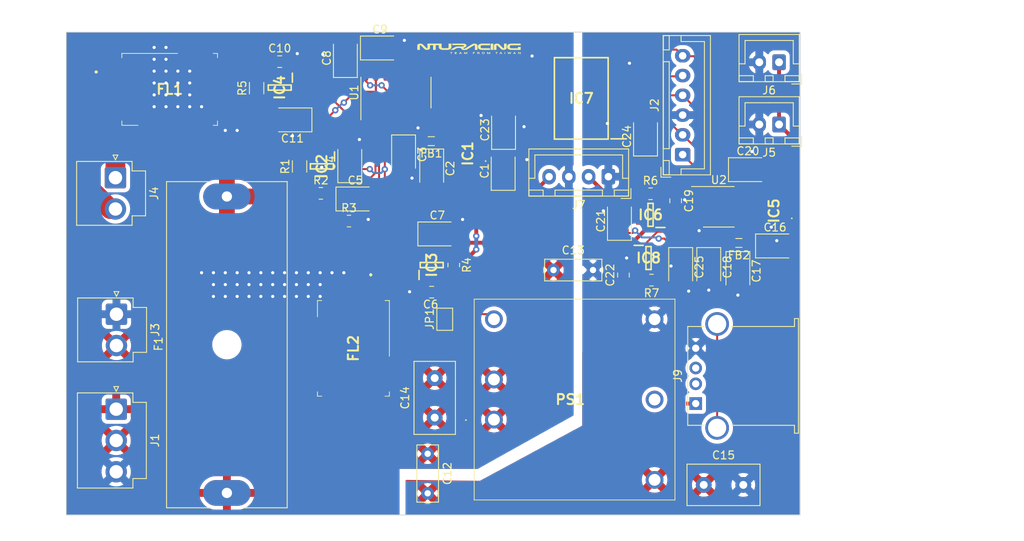
<source format=kicad_pcb>
(kicad_pcb (version 20221018) (generator pcbnew)
  (title_block (title "EP5 rearbox power board ") (date "2024-03-20") (rev "1") (company "NTURacing") (comment 1 "郭哲明") (comment 2 "Electrical group"))
  (layers (0 "F.Cu" signal) (31 "B.Cu" signal) (34 "B.Paste" user) (35 "F.Paste" user) (36 "B.SilkS" user "B.Silkscreen") (37 "F.SilkS" user "F.Silkscreen") (38 "B.Mask" user) (39 "F.Mask" user) (44 "Edge.Cuts" user))
  (net 0 "")
  (net 1 "+24V")
  (net 2 "GNDPWR")
  (net 3 "VDD")
  (net 4 "VDDA")
  (net 5 "/24V_circuitry/voltage_all")
  (net 6 "/isolated_interface/+24VfiltP")
  (net 7 "+5V")
  (net 8 "/isolated_interface/+24VfiltN")
  (net 9 "GND")
  (net 10 "+3.3V")
  (net 11 "+3.3VA")
  (net 12 "Net-(FL1-BIAS)")
  (net 13 "/24V_circuitry/LV_powertrain")
  (net 14 "Net-(FL1-POWER_SUPPLY_GND)")
  (net 17 "/24V_circuitry/current_all")
  (net 18 "/24V_circuitry/current_rear")
  (net 19 "/24V_circuitry/LV_rear")
  (net 20 "/24V_circuitry/current_powertrain")
  (net 23 "/isolated_interface/current_Nucleo")
  (net 24 "/isolated_interface/5V_Nucleo")
  (net 25 "/isolated_interface/SCK_")
  (net 26 "/isolated_interface/CS4-")
  (net 27 "/isolated_interface/MOSI_")
  (net 28 "/isolated_interface/MISO_")
  (net 31 "/24V_circuitry/CS")
  (net 32 "/isolated_interface/current_RPi")
  (net 33 "/isolated_interface/5V_RPi")
  (net 34 "/24V_circuitry/MISO")
  (net 37 "unconnected-(J9-Shield-Pad5)")
  (net 38 "Net-(JP1-B)")
  (net 42 "/24V_circuitry/MOSI")
  (net 43 "/24V_circuitry/SCK")
  (net 44 "/isolated_interface/CS2_")
  (net 45 "/24V_circuitry/+24V_promessure")
  (net 46 "/24V_circuitry/+24V_profuse")
  (net 47 "/24V_circuitry/+24V_BAT")
  (footprint "Capacitor_Tantalum_SMD:CP_EIA-3528-15_AVX-H" (layer "F.Cu") (at 172.847 54.356)
    (fp_text reference "C20")
    (fp_text value "1u")
  )
  (footprint "SamacSys_Parts:SOT95P280X145-6N" (layer "F.Cu") (at 113.6175 43.9728 -90)
    (fp_text reference "IC4")
    (fp_text value "MCP6C04T-100E_CHY" hide)
  )
  (footprint "Capacitor_THT:C_Disc_D7.0mm_W2.5mm_P5.00mm" (layer "F.Cu") (at 132.334 90.297 -90)
    (fp_text reference "C12")
    (fp_text value "1n")
  )
  (footprint "Capacitor_Tantalum_SMD:CP_EIA-3528-15_AVX-H" (layer "F.Cu") (at 123.19 58.0644)
    (fp_text reference "C5")
    (fp_text value "1u")
  )
  (footprint "Capacitor_Tantalum_SMD:CP_EIA-3528-15_AVX-H" (layer "F.Cu") (at 159.893 50.165 90)
    (fp_text reference "C24")
    (fp_text value "0u1")
  )
  (footprint "Capacitor_Tantalum_SMD:CP_EIA-3528-15_AVX-H" (layer "F.Cu") (at 129.286 52.4256 -90)
    (fp_text reference "C3")
    (fp_text value "C")
  )
  (footprint "Capacitor_Tantalum_SMD:CP_EIA-3528-15_AVX-H" (layer "F.Cu") (at 132.842 54.2036 -90)
    (fp_text reference "C2")
    (fp_text value "C")
  )
  (footprint "Connector_JST:JST_XH_B2B-XH-A_1x02_P2.50mm_Vertical" (layer "F.Cu") (at 176.784 40.767 180)
    (fp_text reference "J6")
    (fp_text value "FAN2")
  )
  (footprint "Capacitor_THT:C_Disc_D7.0mm_W2.5mm_P5.00mm" (layer "F.Cu") (at 148.249 67.056)
    (fp_text reference "C13")
    (fp_text value "1n")
  )
  (footprint "SamacSys_Parts:TCR1HF33BLMCT" (layer "F.Cu") (at 137.414 52.324 90)
    (fp_text reference "IC1")
    (fp_text value "TCR1HF33B,LM_CT" hide)
  )
  (footprint "Capacitor_THT:C_Disc_D9.0mm_W5.0mm_P5.00mm" (layer "F.Cu") (at 167.259 94.234)
    (fp_text reference "C15")
    (fp_text value "47u")
  )
  (footprint "Package_SO:SOIC-14_3.9x8.7mm_P1.27mm" (layer "F.Cu") (at 128.3208 44.6024 90)
    (fp_text reference "U1")
    (fp_text value "MCP3004")
  )
  (footprint "Connector_JST:JST_XH_B2B-XH-A_1x02_P2.50mm_Vertical" (layer "F.Cu") (at 176.784 48.641 180)
    (fp_text reference "J5")
    (fp_text value "FAN1")
  )
  (footprint "Capacitor_Tantalum_SMD:CP_EIA-3528-15_AVX-H" (layer "F.Cu") (at 121.92 40.2336 90)
    (fp_text reference "C8")
    (fp_text value "0u1")
  )
  (footprint "SamacSys_Parts:SOIC127P1030X265-16N" (layer "F.Cu") (at 151.765 45.339 180)
    (fp_text reference "IC7")
    (fp_text value "ISO6741DWR" hide)
  )
  (footprint "Capacitor_Tantalum_SMD:CP_EIA-3528-15_AVX-H" (layer "F.Cu") (at 133.5532 62.484)
    (fp_text reference "C7")
    (fp_text value "0u1")
  )
  (footprint "SamacSys_Parts:BNX024H01K" (layer "F.Cu") (at 99.695 44.196)
    (fp_text reference "FL1")
    (fp_text value "BNX026H01L" hide)
  )
  (footprint "Connector_USB:USB_A_Stewart_SS-52100-001_Horizontal" (layer "F.Cu") (at 166.243 83.947 90)
    (fp_text reference "J9")
    (fp_text value "USB_A")
  )
  (footprint "Capacitor_SMD:C_0805_2012Metric" (layer "F.Cu") (at 163.703 58.293 -90)
    (fp_text reference "C19")
    (fp_text value "10n")
  )
  (footprint "Resistor_SMD:R_1206_3216Metric" (layer "F.Cu") (at 116.1288 53.9496 90)
    (fp_text reference "R1")
    (fp_text value "3m")
  )
  (footprint "Capacitor_SMD:C_0805_2012Metric" (layer "F.Cu") (at 132.842 69.85 180)
    (fp_text reference "C6")
    (fp_text value "10n")
  )
  (footprint "SamacSys_Parts:SOT95P280X145-6N" (layer "F.Cu") (at 132.842 66.421 90)
    (fp_text reference "IC3")
    (fp_text value "MCP6C04T-100E_CHY" hide)
  )
  (footprint "Resistor_SMD:R_0805_2012Metric" (layer "F.Cu") (at 135.636 66.421 -90)
    (fp_text reference "R4")
    (fp_text value "10m")
  )
  (footprint "Connector_JST:JST_XH_B6B-XH-A_1x06_P2.50mm_Vertical" (layer "F.Cu") (at 164.592 52.451 90)
    (fp_text reference "J2")
    (fp_text value "PWR_signals")
  )
  (footprint "Jumper:SolderJumper-2_P1.3mm_Open_Pad1.0x1.5mm" (layer "F.Cu") (at 134.493 73.279 90)
    (fp_text reference "JP1")
    (fp_text value "SolderJumper_2_Open")
  )
  (footprint "SamacSys_Parts:SOT95P280X145-6N" (layer "F.Cu") (at 160.528 60.071 180)
    (fp_text reference "IC6")
    (fp_text value "MCP6C04T-100E_CHY" hide)
  )
  (footprint "Connector_JST:JST_XH_B4B-XH-A_1x04_P2.50mm_Vertical" (layer "F.Cu") (at 155.194 55.245 180)
    (fp_text reference "J7")
    (fp_text value "PWR")
  )
  (footprint "Capacitor_SMD:C_0805_2012Metric" (layer "F.Cu") (at 157.099 67.691 90)
    (fp_text reference "C22")
    (fp_text value "10n")
  )
  (footprint "Resistor_SMD:R_0805_2012Metric" (layer "F.Cu") (at 160.528 57.404)
    (fp_text reference "R6")
    (fp_text value "10m")
  )
  (footprint "Fuse:Fuseholder_Cylinder-6.3x32mm_Schurter_0031-8002_Horizontal_Open" (layer "F.Cu") (at 106.934 95.25 90)
    (fp_text reference "F1")
    (fp_text value "Fuse")
  )
  (footprint "Capacitor_Tantalum_SMD:CP_EIA-3528-15_AVX-H" (layer "F.Cu") (at 167.894 66.675 -90)
    (fp_text reference "C18")
    (fp_text value "C")
  )
  (footprint "Connector_JST:JST_VH_B2P-VH-B_1x02_P3.96mm_Vertical" (layer "F.Cu") (at 92.837 55.372 -90)
    (fp_text reference "J4")
    (fp_text value "powertrain")
  )
  (footprint "Inductor_SMD:L_0805_2012Metric" (layer "F.Cu") (at 171.704 63.627 180)
    (fp_text reference "FB2")
    (fp_text value "FerriteBead")
  )
  (footprint "Capacitor_THT:C_Disc_D9.0mm_W5.0mm_P5.00mm" (layer "F.Cu") (at 133.223 85.725 90)
    (fp_text reference "C14")
    (fp_text value "47u")
  )
  (footprint "Resistor_SMD:R_0805_2012Metric" (layer "F.Cu") (at 160.655 68.326 180)
    (fp_text reference "R7")
    (fp_text value "10m")
  )
  (footprint "Capacitor_Tantalum_SMD:CP_EIA-3528-15_AVX-H" (layer "F.Cu") (at 141.9352 49.3268 90)
    (fp_text reference "C23")
    (fp_text value "0u1")
  )
  (footprint "SamacSys_Parts:SOT95P280X145-6N" (layer "F.Cu") (at 160.274 65.532)
    (fp_text reference "IC8")
    (fp_text value "MCP6C04T-100E_CHY" hide)
  )
  (footprint "Connector_JST:JST_VH_B3P-VH-B_1x03_P3.96mm_Vertical" (layer "F.Cu") (at 92.933 84.6545 -90)
    (fp_text reference "J1")
    (fp_text value "GLVMS & MP")
  )
  (footprint "Connector_JST:JST_VH_B2P-VH-B_1x02_P3.96mm_Vertical" (layer "F.Cu") (at 92.964 72.644 -90)
    (fp_text reference "J3")
    (fp_text value "battery")
  )
  (footprint "SamacSys_Parts:BNX024H01K" (layer "F.Cu") (at 122.936 76.962 -90)
    (fp_text reference "FL2")
    (fp_text value "BNX026H01L" hide)
  )
  (footprint "SamacSys_Parts:SOT95P280X145-6N" (layer "F.Cu") (at 118.9488 53.938325 -90)
    (fp_text reference "IC2")
    (fp_text value "MCP6C04T-100E_CHY" hide)
  )
  (footprint "Resistor_SMD:R_1206_3216Metric" (layer "F.Cu") (at 110.6932 44.0436 90)
    (fp_text reference "R5")
    (fp_text value "3m")
  )
  (footprint "Capacitor_Tantalum_SMD:CP_EIA-3528-15_AVX-H" (layer "F.Cu") (at 122.4788 53.5432 90)
    (fp_text reference "C4")
    (fp_text value "0u1")
  )
  (footprint "Capacitor_SMD:C_0805_2012Metric" (layer "F.Cu") (at 113.6175 40.6908)
    (fp_text reference "C10")
    (fp_text value "10n")
  )
  (footprint "SamacSys_Parts:S24SE05006NDFA" (layer "F.Cu") (at 150.368 83.439)
    (fp_text reference "PS1")
    (fp_text value "S24SE05006NDFA" hide)
  )
  (footprint "Resistor_SMD:R_0805_2012Metric" (layer "F.Cu") (at 118.8212 57.3532)
    (fp_text reference "R2")
    (fp_text value "47.5k")
  )
  (footprint "Capacitor_Tantalum_SMD:CP_EIA-3528-15_AVX-H" (layer "F.Cu") (at 176.276 64.008)
    (fp_text reference "C16")
    (fp_text value "4.7u")
  )
  (footprint "Capacitor_Tantalum_SMD:CP_EIA-3528-15_AVX-H" (layer "F.Cu") (at 156.591 60.833 90)
    (fp_text reference "C21")
    (fp_text value "0u1")
  )
  (footprint "SamacSys_Parts:TCR1HF33BLMCT" (layer "F.Cu") (at 176.149 59.563 90)
    (fp_text reference "IC5")
    (fp_text value "TCR1HF33B,LM_CT" hide)
  )
  (footprint "Package_SO:SOIC-8_3.9x4.9mm_P1.27mm" (layer "F.Cu") (at 169.164 59.055)
    (fp_text reference "U2")
    (fp_text value "MCP3002")
  )
  (footprint "Capacitor_Tantalum_SMD:CP_EIA-3528-15_AVX-H" (layer "F.Cu") (at 164.338 66.675 -90)
    (fp_text reference "C25")
    (fp_text value "0u1")
  )
  (footprint "Inductor_SMD:L_0805_2012Metric" (layer "F.Cu") (at 132.7912 50.7492 180)
    (fp_text reference "FB1")
    (fp_text value "FerriteBead")
  )
  (footprint "Capacitor_Tantalum_SMD:CP_EIA-3528-15_AVX-H" (layer "F.Cu") (at 141.8844 54.5084 90)
    (fp_text reference "C1")
    (fp_text value "4.7u")
  )
  (footprint "Capacitor_Tantalum_SMD:CP_EIA-3528-15_AVX-H" (layer "F.Cu") (at 171.577 67.183 -90)
    (fp_text reference "C17")
    (fp_text value "C")
  )
  (footprint "Capacitor_Tantalum_SMD:CP_EIA-3528-15_AVX-H" (layer "F.Cu") (at 126.2888 38.9636)
    (fp_text reference "C9")
    (fp_text value "1u")
  )
  (footprint "Capacitor_Tantalum_SMD:CP_EIA-3528-15_AVX-H" (layer "F.Cu") (at 115.2279 48.0568 180)
    (fp_text reference "C11")
    (fp_text value "0u1")
  )
  (footprint "Resistor_SMD:R_0805_2012Metric" (layer "F.Cu") (at 122.3772 60.8584)
    (fp_text reference "R3")
    (fp_text value "5.90k")
  )
  (gr_poly (pts (xy 144.101961 38.620348) (xy 143.480367 38.621053) (xy 142.858418 38.622111) (xy 142.835489 38.630225) (xy 142.82595 38.633844) (xy 142.816908 38.637559) (xy 142.808354 38.641378) (xy 142.800282 38.645307) (xy 142.792683 38.649351) (xy 142.78555 38.653517) (xy 142.778875 38.657811) (xy 142.77265 38.66224) (xy 142.766867 38.666809) (xy 142.761519 38.671525) (xy 142.756597 38.676394) (xy 142.752095 38.681422) (xy 142.748004 38.686616) (xy 142.744317 38.691981) (xy 142.741025 38.697524) (xy 142.738122 38.70325) (xy 142.735428 38.709169) (xy 142.734327 38.712008) (xy 142.733376 38.714947) (xy 142.732563 38.718122) (xy 142.731877 38.721668) (xy 142.731308 38.72572) (xy 142.730846 38.730414) (xy 142.730194 38.742269) (xy 142.729837 38.758317) (xy 142.729655 38.80732) (xy 142.729698 38.833912) (xy 142.729764 38.844997) (xy 142.72987 38.854757) (xy 142.730023 38.863307) (xy 142.730232 38.870758) (xy 142.730503 38.877223) (xy 142.730846 38.882814) (xy 142.731266 38.887645) (xy 142.731774 38.891828) (xy 142.732375 38.895475) (xy 142.733078 38.8987) (xy 142.733891 38.901615) (xy 142.734821 38.904332) (xy 142.735876 38.906965) (xy 142.737063 38.909625) (xy 142.741424 38.918177) (xy 142.746684 38.926358) (xy 142.752813 38.934156) (xy 142.759785 38.941557) (xy 142.767571 38.948547) (xy 142.776143 38.955111) (xy 142.785475 38.961236) (xy 142.795536 38.966908) (xy 142.806301 38.972112) (xy 142.817741 38.976836) (xy 142.829827 38.981064) (xy 142.842533 38.984784) (xy 142.85583 38.98798) (xy 142.86969 38.990639) (xy 142.884085 38.992748) (xy 142.898988 38.994292) (xy 142.946586 38.995587) (xy 143.046405 38.996717) (xy 143.348074 38.99782) (xy 143.756238 38.99782) (xy 143.756238 38.835542) (xy 144.101961 38.835542) (xy 144.101961 39.205959) (xy 143.496241 39.205606) (xy 143.056856 39.204371) (xy 142.914323 39.203324) (xy 142.851363 39.202078) (xy 142.833907 39.200456) (xy 142.816692 39.198495) (xy 142.799658 39.196187) (xy 142.782748 39.193523) (xy 142.765905 39.190496) (xy 142.749069 39.187096) (xy 142.732184 39.183316) (xy 142.715192 39.179147) (xy 142.685278 39.17101) (xy 142.656426 39.161837) (xy 142.628689 39.151667) (xy 142.602121 39.14054) (xy 142.576774 39.128496) (xy 142.552702 39.115573) (xy 142.529959 39.101811) (xy 142.508596 39.087249) (xy 142.488668 39.071926) (xy 142.470228 39.055882) (xy 142.461582 39.047602) (xy 142.453329 39.039156) (xy 142.445474 39.030549) (xy 142.438024 39.021787) (xy 142.430986 39.012873) (xy 142.424366 39.003814) (xy 142.418172 38.994613) (xy 142.412409 38.985277) (xy 142.407085 38.975809) (xy 142.402206 38.966215) (xy 142.397779 38.956499) (xy 142.39381 38.946667) (xy 142.391234 38.939493) (xy 142.389269 38.932335) (xy 142.387833 38.923723) (xy 142.386843 38.912183) (xy 142.386217 38.896245) (xy 142.385873 38.874436) (xy 142.385696 38.80732) (xy 142.385727 38.769355) (xy 142.385873 38.740204) (xy 142.386015 38.728474) (xy 142.386217 38.718395) (xy 142.38649 38.709784) (xy 142.386843 38.702457) (xy 142.387287 38.696229) (xy 142.387833 38.690917) (xy 142.388147 38.688547) (xy 142.38849 38.686337) (xy 142.388863 38.684263) (xy 142.389269 38.682304) (xy 142.39018 38.678636) (xy 142.391234 38.675147) (xy 142.39244 38.671654) (xy 142.39381 38.667973) (xy 142.404921 38.642978) (xy 142.418984 38.618842) (xy 142.435865 38.59564) (xy 142.455431 38.573445) (xy 142.47755 38.552331) (xy 142.502089 38.532372) (xy 142.528916 38.513641) (xy 142.557896 38.496214) (xy 142.588898 38.480163) (xy 142.62179 38.465563) (xy 142.656437 38.452487) (xy 142.692707 38.44101) (xy 142.730467 38.431205) (xy 142.769585 38.423146) (xy 142.809928 38.416907) (xy 142.851363 38.412562) (xy 143.054783 38.410401) (xy 143.494477 38.409034) (xy 144.101961 38.408681)) (fill solid) (layer "F.SilkS"))
  (gr_poly (pts (xy 133.202186 38.409739) (xy 134.098947 38.410445) (xy 134.100711 38.653861) (xy 134.102475 38.897278) (xy 134.112 38.913859) (xy 134.114243 38.917374) (xy 134.116613 38.920782) (xy 134.119123 38.924091) (xy 134.121784 38.927308) (xy 134.124609 38.930443) (xy 134.127609 38.933504) (xy 134.130795 38.936498) (xy 134.134181 38.939435) (xy 134.137778 38.942322) (xy 134.141597 38.945168) (xy 134.145651 38.94798) (xy 134.149951 38.950768) (xy 134.15451 38.953539) (xy 134.159339 38.956302) (xy 134.16445 38.959065) (xy 134.169855 38.961836) (xy 134.186028 38.969942) (xy 134.20101 38.975948) (xy 134.209574 38.978261) (xy 134.219663 38.980167) (xy 134.246849 38.982915) (xy 134.28743 38.984505) (xy 134.346266 38.985252) (xy 134.538156 38.985473) (xy 134.632045 38.985446) (xy 134.704606 38.985324) (xy 134.758886 38.985045) (xy 134.780123 38.984827) (xy 134.797932 38.984546) (xy 134.812695 38.984196) (xy 134.824791 38.983767) (xy 134.834602 38.983253) (xy 134.842509 38.982645) (xy 134.848893 38.981935) (xy 134.854133 38.981117) (xy 134.858613 38.980182) (xy 134.862711 38.979122) (xy 134.872058 38.976264) (xy 134.881164 38.973124) (xy 134.890002 38.969717) (xy 134.898546 38.966059) (xy 134.906769 38.962165) (xy 134.914646 38.958051) (xy 134.92215 38.953732) (xy 134.929254 38.949225) (xy 134.935932 38.944543) (xy 134.942158 38.939704) (xy 134.947906 38.934722) (xy 134.953149 38.929612) (xy 134.955573 38.927015) (xy 134.95786 38.924392) (xy 134.960009 38.921744) (xy 134.962014 38.919075) (xy 134.963874 38.916385) (xy 134.965584 38.913677) (xy 134.967142 38.910953) (xy 134.968544 38.908214) (xy 134.970991 38.90259) (xy 134.972838 38.895172) (xy 134.974181 38.883075) (xy 134.975115 38.863411) (xy 134.976134 38.789846) (xy 134.976658 38.651392) (xy 134.977364 38.410445) (xy 135.337197 38.410445) (xy 135.337197 38.911389) (xy 135.329084 38.936084) (xy 135.326664 38.942927) (xy 135.324032 38.949702) (xy 135.321183 38.956416) (xy 135.318109 38.963077) (xy 135.314806 38.969689) (xy 135.311268 38.976261) (xy 135.307489 38.982799) (xy 135.303463 38.989309) (xy 135.299185 38.995799) (xy 135.29465 39.002274) (xy 135.289851 39.008743) (xy 135.284782 39.015211) (xy 135.279439 39.021685) (xy 135.273815 39.028172) (xy 135.267905 39.034678) (xy 135.261703 39.041211) (xy 135.247042 39.055601) (xy 135.23138 39.069397) (xy 135.214733 39.082593) (xy 135.197117 39.095181) (xy 135.178548 39.107155) (xy 135.159042 39.118509) (xy 135.138616 39.129235) (xy 135.117284 39.139328) (xy 135.095064 39.148779) (xy 135.071971 39.157583) (xy 135.048021 39.165733) (xy 135.023231 39.173222) (xy 134.997615 39.180043) (xy 134.971191 39.18619) (xy 134.943974 39.191656) (xy 134.915981 39.196434) (xy 134.880813 39.20092) (xy 134.859004 39.2023) (xy 134.828844 39.203225) (xy 134.726869 39.204073) (xy 134.541683 39.204195) (xy 134.386742 39.203974) (xy 134.328518 39.203674) (xy 134.281642 39.203225) (xy 134.245002 39.20261) (xy 134.217486 39.201813) (xy 134.197982 39.200819) (xy 134.185378 39.199609) (xy 134.154688 39.195004) (xy 134.124934 39.189658) (xy 134.096125 39.183574) (xy 134.068272 39.176755) (xy 134.041384 39.169205) (xy 134.015472 39.160926) (xy 133.990544 39.151921) (xy 133.966611 39.142194) (xy 133.943683 39.131748) (xy 133.921769 39.120585) (xy 133.90088 39.108709) (xy 133.881024 39.096123) (xy 133.862213 39.082831) (xy 133.844455 39.068834) (xy 133.82776 39.054137) (xy 133.812139 39.038742) (xy 133.806233 39.03247) (xy 133.800672 39.026336) (xy 133.795438 39.020313) (xy 133.790515 39.014373) (xy 133.785883 39.008488) (xy 133.781524 39.002633) (xy 133.77742 38.996778) (xy 133.773554 38.990897) (xy 133.769907 38.984962) (xy 133.766461 38.978945) (xy 133.763197 38.972821) (xy 133.760099 38.96656) (xy 133.757147 38.960137) (xy 133.754324 38.953522) (xy 133.751612 38.94669) (xy 133.748992 38.939611) (xy 133.739114 38.911389) (xy 133.738056 38.7604) (xy 133.736997 38.609764) (xy 133.352822 38.609764) (xy 133.352822 39.205959) (xy 133.021211 39.205959) (xy 133.021211 38.609764) (xy 132.636683 38.609764) (xy 132.636683 38.801675) (xy 132.636628 38.873355) (xy 132.636497 38.902506) (xy 132.636242 38.927705) (xy 132.635822 38.949332) (xy 132.635195 38.967768) (xy 132.634791 38.975907) (xy 132.63432 38.983392) (xy 132.633777 38.990268) (xy 132.633156 38.996585) (xy 132.632452 39.002389) (xy 132.63166 39.007728) (xy 132.630776 39.012649) (xy 132.629793 39.017201) (xy 132.628707 39.021429) (xy 132.627513 39.025383) (xy 132.626204 39.02911) (xy 132.624777 39.032657) (xy 132.623226 39.036071) (xy 132.621546 39.039401) (xy 132.619731 39.042693) (xy 132.617777 39.045996) (xy 132.613429 39.052823) (xy 132.608461 39.060261) (xy 132.598158 39.074384) (xy 132.586459 39.087901) (xy 132.573409 39.100791) (xy 132.55905 39.113035) (xy 132.543426 39.124613) (xy 132.526581 39.135506) (xy 132.508557 39.145695) (xy 132.489399 39.155159) (xy 132.469149 39.163878) (xy 132.447851 39.171834) (xy 132.425548 39.179007) (xy 132.402285 39.185376) (xy 132.378103 39.190923) (xy 132.353047 39.195627) (xy 132.327161 39.19947) (xy 132.300486 39.202431) (xy 132.28229 39.203838) (xy 132.263855 39.204627) (xy 132.245241 39.204809) (xy 132.226508 39.204393) (xy 132.207715 39.20339) (xy 132.188921 39.201811) (xy 132.170186 39.199665) (xy 132.15157 39.196963) (xy 132.133131 39.193715) (xy 132.11493 39.189932) (xy 132.097025 39.185624) (xy 132.079477 39.180801) (xy 132.062343 39.175474) (xy 132.045685 39.169653) (xy 132.029561 39.163348) (xy 132.014031 39.15657) (xy 131.996659 39.147978) (xy 131.979629 39.137641) (xy 131.970204 39.13087) (xy 131.959616 39.122525) (xy 131.933289 39.099596) (xy 131.897321 39.065819) (xy 131.848385 39.01816) (xy 131.698295 38.869056) (xy 131.637692 38.80857) (xy 131.58561 38.75684) (xy 131.541771 38.713593) (xy 131.505898 38.678556) (xy 131.477716 38.651457) (xy 131.456945 38.632022) (xy 131.449253 38.625094) (xy 131.44331 38.61998) (xy 131.439082 38.616645) (xy 131.436534 38.615056) (xy 131.431763 38.613372) (xy 131.426748 38.612022) (xy 131.421541 38.611) (xy 131.416194 38.610299) (xy 131.41076 38.609914) (xy 131.405292 38.609841) (xy 131.399843 38.610072) (xy 131.394465 38.610602) (xy 131.389211 38.611426) (xy 131.384134 38.612538) (xy 131.379286 38.613931) (xy 131.37472 38.615602) (xy 131.37049 38.617543) (xy 131.368516 38.618613) (xy 131.366646 38.619749) (xy 131.364887 38.62095) (xy 131.363244 38.622214) (xy 131.361724 38.623543) (xy 131.360334 38.624934) (xy 131.352572 38.633048) (xy 131.351867 38.918798) (xy 131.350809 39.204195) (xy 131.186061 39.205253) (xy 131.020961 39.205959) (xy 131.020961 38.911389) (xy 131.02099 38.816214) (xy 131.021121 38.743781) (xy 131.021248 38.715024) (xy 131.021426 38.690671) (xy 131.021666 38.670293) (xy 131.021976 38.653465) (xy 131.022364 38.639757) (xy 131.022839 38.628743) (xy 131.023112 38.624113) (xy 131.02341 38.619996) (xy 131.023735 38.616339) (xy 131.024087 38.613088) (xy 131.024467 38.61019) (xy 131.024877 38.607592) (xy 131.025317 38.60524) (xy 131.025789 38.60308) (xy 131.026833 38.599125) (xy 131.028017 38.5953) (xy 131.035102 38.577792) (xy 131.04427 38.560882) (xy 131.055442 38.544618) (xy 131.068542 38.529044) (xy 131.083495 38.514206) (xy 131.100223 38.50015) (xy 131.118651 38.48692) (xy 131.138701 38.474562) (xy 131.160297 38.463122) (xy 131.183363 38.452646) (xy 131.207822 38.443178) (xy 131.233598 38.434764) (xy 131.260614 38.427451) (xy 131.288794 38.421282) (xy 131.318061 38.416304) (xy 131.348339 38.412562) (xy 131.363374 38.411382) (xy 131.381572 38.410731) (xy 131.401861 38.410577) (xy 131.423172 38.410886) (xy 131.444433 38.411624) (xy 131.464574 38.41276) (xy 131.482523 38.414259) (xy 131.497211 38.416089) (xy 131.511215 38.418401) (xy 131.524923 38.42097) (xy 131.538344 38.4238) (xy 131.551489 38.426893) (xy 131.564368 38.43025) (xy 131.576989 38.433874) (xy 131.589364 38.437767) (xy 131.601501 38.44193) (xy 131.613411 38.446366) (xy 131.625104 38.451078) (xy 131.636588 38.456066) (xy 131.647875 38.461333) (xy 131.658974 38.466881) (xy 131.669894 38.472713) (xy 131.680646 38.47883) (xy 131.691239 38.485234) (xy 131.699822 38.492182) (xy 131.716115 38.507018) (xy 131.770658 38.559229) (xy 131.852519 38.639618) (xy 131.95935 38.745936) (xy 132.020054 38.806408) (xy 132.072184 38.858098) (xy 132.116029 38.901288) (xy 132.151879 38.93626) (xy 132.180022 38.963294) (xy 132.200749 38.982672) (xy 132.208422 38.989578) (xy 132.214349 38.994675) (xy 132.218567 38.997999) (xy 132.221111 38.999584) (xy 132.225792 39.001267) (xy 132.23068 39.002617) (xy 132.235731 39.00364) (xy 132.240905 39.004341) (xy 132.24616 39.004725) (xy 132.251454 39.004799) (xy 132.256744 39.004568) (xy 132.261989 39.004037) (xy 132.267148 39.003214) (xy 132.272178 39.002102) (xy 132.277037 39.000708) (xy 132.281684 38.999038) (xy 132.286077 38.997097) (xy 132.290174 38.994891) (xy 132.293932 38.992425) (xy 132.295672 38.991097) (xy 132.297311 38.989706) (xy 132.305072 38.98265) (xy 132.305072 38.408681)) (fill solid) (layer "F.SilkS"))
  (gr_poly (pts (xy 136.484396 39.474086) (xy 136.488662 39.474136) (xy 136.492645 39.474219) (xy 136.496347 39.474334) (xy 136.499773 39.474483) (xy 136.502925 39.474665) (xy 136.505806 39.47488) (xy 136.508419 39.475128) (xy 136.510768 39.475409) (xy 136.512855 39.475723) (xy 136.514684 39.476071) (xy 136.516257 39.476451) (xy 136.517579 39.476864) (xy 136.518146 39.477084) (xy 136.518651 39.477311) (xy 136.519095 39.477547) (xy 136.519477 39.47779) (xy 136.519799 39.478043) (xy 136.520061 39.478303) (xy 136.524757 39.486615) (xy 136.535142 39.505908) (xy 136.549628 39.53327) (xy 136.566628 39.565792) (xy 136.603229 39.635995) (xy 136.619214 39.6664) (xy 136.630834 39.688206) (xy 136.651647 39.72807) (xy 136.574036 39.72807) (xy 136.562041 39.704081) (xy 136.550047 39.680445) (xy 136.480903 39.679386) (xy 136.411405 39.678681) (xy 136.399058 39.703375) (xy 136.386711 39.72807) (xy 136.349669 39.72807) (xy 136.342747 39.72805) (xy 136.336641 39.727981) (xy 136.331317 39.727844) (xy 136.328937 39.727745) (xy 136.326739 39.727623) (xy 136.324718 39.727476) (xy 136.322872 39.727301) (xy 136.321194 39.727097) (xy 136.31968 39.72686) (xy 136.318327 39.72659) (xy 136.31713 39.726285) (xy 136.316084 39.72594) (xy 136.315185 39.725556) (xy 136.314429 39.725129) (xy 136.313811 39.724658) (xy 136.313552 39.724405) (xy 136.313327 39.72414) (xy 136.313134 39.723863) (xy 136.312972 39.723574) (xy 136.312842 39.723272) (xy 136.312742 39.722956) (xy 136.312634 39.722286) (xy 136.312641 39.72156) (xy 136.31276 39.720777) (xy 136.312987 39.719935) (xy 136.313316 39.719031) (xy 136.313745 39.718063) (xy 136.314268 39.71703) (xy 136.31488 39.715928) (xy 136.315579 39.714757) (xy 136.317214 39.712195) (xy 136.323569 39.700978) (xy 136.337102 39.675638) (xy 136.361308 39.629292) (xy 136.4361 39.629292) (xy 136.480197 39.629292) (xy 136.489081 39.62926) (xy 136.497356 39.629165) (xy 136.504847 39.629013) (xy 136.511374 39.628807) (xy 136.51676 39.628551) (xy 136.520827 39.62825) (xy 136.522311 39.628084) (xy 136.523398 39.627908) (xy 136.524066 39.627722) (xy 136.524237 39.627626) (xy 136.524294 39.627528) (xy 136.523862 39.626284) (xy 136.522624 39.623466) (xy 136.518077 39.613814) (xy 136.511346 39.599995) (xy 136.503128 39.583431) (xy 136.494843 39.566994) (xy 136.491166 39.559804) (xy 136.487914 39.553533) (xy 136.485175 39.548353) (xy 136.483036 39.544438) (xy 136.481583 39.541962) (xy 136.481141 39.541317) (xy 136.480996 39.541153) (xy 136.480903 39.541098) (xy 136.480323 39.541994) (xy 136.478907 39.544565) (xy 136.473935 39.554018) (xy 136.457972 39.585195) (xy 136.4361 39.629292) (xy 136.361308 39.629292) (xy 136.377892 39.597542) (xy 136.399769 39.555104) (xy 136.418505 39.519181) (xy 136.438216 39.481831) (xy 136.439122 39.480581) (xy 136.44002 39.479472) (xy 136.44096 39.478495) (xy 136.441992 39.477642) (xy 136.443167 39.476904) (xy 136.444535 39.476275) (xy 136.446146 39.475744) (xy 136.44805 39.475305) (xy 136.450297 39.474948) (xy 136.452937 39.474665) (xy 136.456021 39.474449) (xy 136.459598 39.47429) (xy 136.468433 39.474114) (xy 136.479844 39.47407)) (fill solid) (layer "F.SilkS"))
  (gr_poly (pts (xy 141.188016 39.530514) (xy 141.082183 39.530514) (xy 141.082183 39.728422) (xy 141.047963 39.727364) (xy 141.013392 39.726306) (xy 141.012333 39.628234) (xy 141.011628 39.530514) (xy 140.905794 39.530514) (xy 140.905794 39.47407) (xy 141.188016 39.47407)) (fill solid) (layer "F.SilkS"))
  (gr_poly (pts (xy 142.093949 39.474775) (xy 142.128169 39.475834) (xy 142.128169 39.726306) (xy 142.093949 39.727364) (xy 142.059377 39.728422) (xy 142.059377 39.473717)) (fill solid) (layer "F.SilkS"))
  (gr_poly (pts (xy 143.42498 39.597895) (xy 143.471194 39.686266) (xy 143.485503 39.713881) (xy 143.489474 39.721724) (xy 143.490949 39.724895) (xy 143.490965 39.725059) (xy 143.490882 39.725221) (xy 143.490428 39.725538) (xy 143.489606 39.725843) (xy 143.488435 39.726135) (xy 143.48512 39.726674) (xy 143.480631 39.727144) (xy 143.475116 39.72753) (xy 143.468725 39.727822) (xy 143.461606 39.728006) (xy 143.453908 39.72807) (xy 143.415456 39.72807) (xy 143.40346 39.703375) (xy 143.391466 39.678681) (xy 143.25212 39.678681) (xy 143.240478 39.702317) (xy 143.228836 39.726306) (xy 143.191088 39.727364) (xy 143.183374 39.727463) (xy 143.176205 39.727491) (xy 143.169731 39.727445) (xy 143.164101 39.72732) (xy 143.159462 39.727113) (xy 143.157562 39.726977) (xy 143.155965 39.726819) (xy 143.154691 39.726638) (xy 143.153758 39.726433) (xy 143.153425 39.726322) (xy 143.153184 39.726205) (xy 143.153038 39.726082) (xy 143.152989 39.725953) (xy 143.157878 39.715827) (xy 143.171201 39.689661) (xy 143.203863 39.626602) (xy 143.280685 39.626602) (xy 143.280789 39.626734) (xy 143.281326 39.626996) (xy 143.282283 39.627254) (xy 143.283637 39.627506) (xy 143.287453 39.627983) (xy 143.2926 39.62841) (xy 143.298905 39.628771) (xy 143.306193 39.629049) (xy 143.314291 39.629229) (xy 143.323027 39.629292) (xy 143.366772 39.629292) (xy 143.345252 39.585195) (xy 143.340968 39.576412) (xy 143.336907 39.568184) (xy 143.33316 39.5607) (xy 143.329818 39.55415) (xy 143.326972 39.548725) (xy 143.324714 39.544614) (xy 143.323833 39.543111) (xy 143.323133 39.542008) (xy 143.322625 39.541329) (xy 143.322447 39.541156) (xy 143.322321 39.541098) (xy 143.321683 39.541897) (xy 143.320359 39.544173) (xy 143.316016 39.552403) (xy 143.303095 39.57836) (xy 143.289381 39.607028) (xy 143.284045 39.618649) (xy 143.280694 39.62647) (xy 143.280685 39.626602) (xy 143.203863 39.626602) (xy 143.215077 39.60495) (xy 143.280694 39.480067) (xy 143.281204 39.479128) (xy 143.281831 39.47829) (xy 143.282608 39.477549) (xy 143.283571 39.476898) (xy 143.284753 39.476331) (xy 143.286188 39.475844) (xy 143.28791 39.47543) (xy 143.289954 39.475084) (xy 143.292354 39.4748) (xy 143.295143 39.474572) (xy 143.302026 39.474263) (xy 143.310877 39.47411) (xy 143.321969 39.47407) (xy 143.360422 39.47407)) (fill solid) (layer "F.SilkS"))
  (gr_poly (pts (xy 142.532804 39.556972) (xy 142.545648 39.589125) (xy 142.556441 39.61549) (xy 142.560717 39.625644) (xy 142.564059 39.633321) (xy 142.566326 39.63818) (xy 142.567012 39.639444) (xy 142.567236 39.639767) (xy 142.567377 39.639875) (xy 142.567738 39.639444) (xy 142.568412 39.63818) (xy 142.570629 39.633321) (xy 142.578049 39.61549) (xy 142.588511 39.589125) (xy 142.600892 39.556972) (xy 142.632641 39.47407) (xy 142.671094 39.474775) (xy 142.709194 39.475834) (xy 142.715544 39.491709) (xy 142.747294 39.577787) (xy 142.773047 39.647636) (xy 142.807266 39.561911) (xy 142.841839 39.475834) (xy 142.877469 39.474775) (xy 142.884671 39.474692) (xy 142.891365 39.474704) (xy 142.897406 39.474806) (xy 142.902649 39.474996) (xy 142.904926 39.475122) (xy 142.906949 39.475268) (xy 142.9087 39.475434) (xy 142.910162 39.475619) (xy 142.911315 39.475822) (xy 142.912143 39.476044) (xy 142.912428 39.476161) (xy 142.912626 39.476283) (xy 142.912733 39.476409) (xy 142.912747 39.476539) (xy 142.908789 39.487293) (xy 142.898018 39.514683) (xy 142.862652 39.602834) (xy 142.812558 39.726306) (xy 142.735652 39.726306) (xy 142.703902 39.644109) (xy 142.691373 39.612397) (xy 142.685825 39.598648) (xy 142.680927 39.586738) (xy 142.676807 39.576995) (xy 142.673591 39.569744) (xy 142.672363 39.567156) (xy 142.671409 39.565313) (xy 142.670746 39.564257) (xy 142.670528 39.564037) (xy 142.670389 39.564028) (xy 142.669705 39.565176) (xy 142.668492 39.567721) (xy 142.664744 39.576375) (xy 142.659673 39.588734) (xy 142.653808 39.603539) (xy 142.638462 39.643183) (xy 142.622057 39.684678) (xy 142.605478 39.72807) (xy 142.529983 39.72807) (xy 142.479888 39.603539) (xy 142.460453 39.55522) (xy 142.444523 39.515168) (xy 142.433752 39.487553) (xy 142.430818 39.47971) (xy 142.429794 39.476539) (xy 142.42984 39.476408) (xy 142.429977 39.476279) (xy 142.430513 39.476028) (xy 142.431385 39.475787) (xy 142.432572 39.475558) (xy 142.435822 39.475138) (xy 142.440113 39.474775) (xy 142.445297 39.474479) (xy 142.451226 39.474257) (xy 142.457749 39.474118) (xy 142.46472 39.47407) (xy 142.499644 39.47407)) (fill solid) (layer "F.SilkS"))
  (gr_poly (pts (xy 136.016294 39.530514) (xy 135.833556 39.530514) (xy 135.832145 39.549917) (xy 135.831086 39.56932) (xy 136.005711 39.56932) (xy 136.005711 39.625764) (xy 135.83285 39.625764) (xy 135.83285 39.645167) (xy 135.832834 39.649087) (xy 135.832789 39.652851) (xy 135.83272 39.656366) (xy 135.83263 39.659543) (xy 135.832523 39.662289) (xy 135.832404 39.664515) (xy 135.832276 39.666128) (xy 135.832211 39.666677) (xy 135.832145 39.667039) (xy 135.8325 39.66737) (xy 135.833801 39.667699) (xy 135.839046 39.668351) (xy 135.847498 39.668986) (xy 135.858779 39.669597) (xy 135.888302 39.67071) (xy 135.924572 39.671625) (xy 136.018058 39.673389) (xy 136.018058 39.726306) (xy 135.888589 39.727364) (xy 135.758766 39.72807) (xy 135.758766 39.47407) (xy 136.016294 39.47407)) (fill solid) (layer "F.SilkS"))
  (gr_poly (pts (xy 138.751174 39.474208) (xy 138.766046 39.474405) (xy 138.779321 39.474709) (xy 138.791135 39.475138) (xy 138.801623 39.475707) (xy 138.810919 39.476433) (xy 138.819158 39.477333) (xy 138.826475 39.478423) (xy 138.82983 39.479044) (xy 138.833005 39.47972) (xy 138.836017 39.480451) (xy 138.838883 39.48124) (xy 138.84162 39.482089) (xy 138.844244 39.482999) (xy 138.846772 39.483974) (xy 138.849222 39.485015) (xy 138.853953 39.487304) (xy 138.858571 39.489883) (xy 138.863211 39.492767) (xy 138.86736 39.495884) (xy 138.871203 39.499397) (xy 138.87473 39.503282) (xy 138.877934 39.507512) (xy 138.880805 39.512062) (xy 138.883334 39.516908) (xy 138.885512 39.522023) (xy 138.887332 39.527383) (xy 138.888784 39.532962) (xy 138.889859 39.538735) (xy 138.890548 39.544676) (xy 138.890843 39.55076) (xy 138.890735 39.556962) (xy 138.890216 39.563257) (xy 138.889275 39.569619) (xy 138.887905 39.576023) (xy 138.887292 39.578472) (xy 138.886637 39.580802) (xy 138.885931 39.583026) (xy 138.885166 39.585156) (xy 138.884332 39.587206) (xy 138.883422 39.589188) (xy 138.882426 39.591115) (xy 138.881335 39.593) (xy 138.880141 39.594856) (xy 138.878835 39.596697) (xy 138.877407 39.598534) (xy 138.87585 39.600381) (xy 138.874155 39.60225) (xy 138.872312 39.604156) (xy 138.870313 39.60611) (xy 138.86815 39.608125) (xy 138.865004 39.61096) (xy 138.861965 39.613604) (xy 138.859108 39.616001) (xy 138.857771 39.617088) (xy 138.856508 39.618091) (xy 138.855327 39.619004) (xy 138.854238 39.619818) (xy 138.853251 39.620527) (xy 138.852374 39.621123) (xy 138.851617 39.621599) (xy 138.850989 39.621948) (xy 138.850499 39.622163) (xy 138.85031 39.622218) (xy 138.850158 39.622236) (xy 138.849811 39.622253) (xy 138.849434 39.622301) (xy 138.849029 39.622378) (xy 138.848598 39.622485) (xy 138.848145 39.622618) (xy 138.847671 39.622776) (xy 138.84718 39.622958) (xy 138.846674 39.623163) (xy 138.846156 39.623388) (xy 138.845628 39.623632) (xy 138.845093 39.623893) (xy 138.844552 39.624171) (xy 138.843469 39.624769) (xy 138.842397 39.625411) (xy 138.841809 39.625986) (xy 138.84151 39.626798) (xy 138.841516 39.627872) (xy 138.841846 39.629231) (xy 138.842514 39.630898) (xy 138.843538 39.632896) (xy 138.844934 39.635249) (xy 138.846718 39.637979) (xy 138.851519 39.644666) (xy 138.858073 39.653143) (xy 138.866513 39.663596) (xy 138.876969 39.676211) (xy 138.892166 39.694997) (xy 138.904618 39.710607) (xy 138.909411 39.716726) (xy 138.913035 39.721455) (xy 138.915327 39.724597) (xy 138.915924 39.725511) (xy 138.916127 39.725953) (xy 138.915928 39.726151) (xy 138.915342 39.726348) (xy 138.91309 39.72673) (xy 138.909523 39.727088) (xy 138.904794 39.727408) (xy 138.899057 39.727679) (xy 138.892464 39.727888) (xy 138.885168 39.728022) (xy 138.877322 39.72807) (xy 138.838516 39.72807) (xy 138.800769 39.682209) (xy 138.763022 39.636347) (xy 138.69035 39.636347) (xy 138.689997 39.672331) (xy 138.689884 39.692073) (xy 138.689833 39.699851) (xy 138.689688 39.706379) (xy 138.689379 39.711769) (xy 138.689139 39.714071) (xy 138.688831 39.71613) (xy 138.688446 39.717959) (xy 138.687974 39.719572) (xy 138.687406 39.720982) (xy 138.686734 39.722205) (xy 138.685948 39.723253) (xy 138.685039 39.724139) (xy 138.683999 39.724879) (xy 138.682817 39.725485) (xy 138.681486 39.725972) (xy 138.679996 39.726353) (xy 138.678338 39.726641) (xy 138.676503 39.726852) (xy 138.672266 39.727092) (xy 138.667212 39.727184) (xy 138.654366 39.727364) (xy 138.619794 39.728422) (xy 138.619794 39.579903) (xy 138.688586 39.579903) (xy 138.747853 39.579903) (xy 138.757477 39.579894) (xy 138.766025 39.57986) (xy 138.77357 39.579796) (xy 138.780187 39.579694) (xy 138.785947 39.579546) (xy 138.790926 39.579345) (xy 138.793144 39.579223) (xy 138.795195 39.579084) (xy 138.797087 39.578929) (xy 138.798829 39.578757) (xy 138.80043 39.578565) (xy 138.8019 39.578354) (xy 138.803248 39.578123) (xy 138.804483 39.57787) (xy 138.805614 39.577596) (xy 138.80665 39.577298) (xy 138.807601 39.576976) (xy 138.808475 39.576629) (xy 138.809282 39.576256) (xy 138.810031 39.575857) (xy 138.810732 39.57543) (xy 138.811392 39.574974) (xy 138.812022 39.574489) (xy 138.812631 39.573973) (xy 138.813228 39.573426) (xy 138.813822 39.572848) (xy 138.814686 39.571927) (xy 138.815492 39.570955) (xy 138.816241 39.569934) (xy 138.816932 39.568868) (xy 138.817566 39.56776) (xy 138.818142 39.566615) (xy 138.818662 39.565436) (xy 138.819124 39.564226) (xy 138.81953 39.56299) (xy 138.819879 39.56173) (xy 138.820171 39.560451) (xy 138.820407 39.559155) (xy 138.820587 39.557847) (xy 138.82071 39.556531) (xy 138.820778 39.555209) (xy 138.820789 39.553886) (xy 138.820745 39.552564) (xy 138.820645 39.551249) (xy 138.820489 39.549943) (xy 138.820278 39.548649) (xy 138.820012 39.547372) (xy 138.81969 39.546116) (xy 138.819314 39.544883) (xy 138.818882 39.543677) (xy 138.818396 39.542503) (xy 138.817855 39.541363) (xy 138.81726 39.540261) (xy 138.81661 39.539201) (xy 138.815906 39.538187) (xy 138.815148 39.537222) (xy 138.814336 39.536309) (xy 138.81347 39.535453) (xy 138.81219 39.534389) (xy 138.810825 39.53344) (xy 138.809313 39.532598) (xy 138.807593 39.531854) (xy 138.805605 39.531198) (xy 138.803287 39.530622) (xy 138.800578 39.530118) (xy 138.797418 39.529676) (xy 138.789498 39.528945) (xy 138.77904 39.528359) (xy 138.765556 39.527847) (xy 138.748558 39.527339) (xy 138.691055 39.526281) (xy 138.689644 39.553092) (xy 138.688586 39.579903) (xy 138.619794 39.579903) (xy 138.619794 39.47407) (xy 138.716103 39.47407)) (fill solid) (layer "F.SilkS"))
  (gr_poly (pts (xy 139.904964 39.474775) (xy 139.95153 39.475834) (xy 140.000918 39.568261) (xy 140.020222 39.604338) (xy 140.036285 39.633834) (xy 140.042584 39.645173) (xy 140.047453 39.653738) (xy 140.050684 39.659153) (xy 140.051621 39.660562) (xy 140.052072 39.661042) (xy 140.053348 39.659346) (xy 140.056261 39.654483) (xy 140.066271 39.636612) (xy 140.080647 39.610143) (xy 140.097933 39.577787) (xy 140.130918 39.515962) (xy 140.148027 39.4843) (xy 140.154378 39.47407) (xy 140.246099 39.47407) (xy 140.246099 39.728422) (xy 140.21188 39.727364) (xy 140.177308 39.726306) (xy 140.176602 39.643756) (xy 140.176277 39.611747) (xy 140.175852 39.585327) (xy 140.175613 39.575092) (xy 140.175362 39.567308) (xy 140.175102 39.562327) (xy 140.17497 39.560997) (xy 140.174838 39.5605) (xy 140.174482 39.560803) (xy 140.173694 39.561949) (xy 140.170909 39.566597) (xy 140.161125 39.584136) (xy 140.146909 39.610407) (xy 140.129683 39.642697) (xy 140.085585 39.726306) (xy 140.018558 39.726306) (xy 139.973755 39.641639) (xy 139.966969 39.628971) (xy 139.960876 39.617652) (xy 139.95544 39.607627) (xy 139.950626 39.598837) (xy 139.946399 39.591228) (xy 139.942724 39.584743) (xy 139.941083 39.581905) (xy 139.939566 39.579326) (xy 139.93817 39.577) (xy 139.93689 39.57492) (xy 139.935721 39.573079) (xy 139.93466 39.571469) (xy 139.933701 39.570084) (xy 139.932841 39.568917) (xy 139.932075 39.56796) (xy 139.931399 39.567207) (xy 139.930808 39.56665) (xy 139.930543 39.566443) (xy 139.930297 39.566282) (xy 139.930071 39.566168) (xy 139.929864 39.566098) (xy 139.929674 39.566071) (xy 139.929502 39.566088) (xy 139.929347 39.566147) (xy 139.929208 39.566247) (xy 139.929085 39.566387) (xy 139.928977 39.566567) (xy 139.928884 39.566785) (xy 139.928805 39.567041) (xy 139.928688 39.567663) (xy 139.928621 39.568425) (xy 139.9286 39.56932) (xy 139.928335 39.599218) (xy 139.927541 39.653986) (xy 139.926836 39.726306) (xy 139.892616 39.727364) (xy 139.858044 39.728422) (xy 139.858044 39.473717)) (fill solid) (layer "F.SilkS"))
  (gr_poly (pts (xy 140.634154 38.409034) (xy 140.634154 39.205959) (xy 140.302544 39.205959) (xy 140.302544 38.809789) (xy 140.302732 38.655669) (xy 140.30325 38.529066) (xy 140.304032 38.443077) (xy 140.304502 38.419405) (xy 140.305013 38.410798) (xy 140.308853 38.410403) (xy 140.318865 38.41002) (xy 140.354711 38.409342) (xy 140.407159 38.408863) (xy 140.470818 38.408681)) (fill solid) (layer "F.SilkS"))
  (gr_poly (pts (xy 143.949914 39.560853) (xy 144.034932 39.647636) (xy 144.034932 39.47407) (xy 144.101961 39.47407) (xy 144.101961 39.72807) (xy 144.028582 39.72807) (xy 143.943564 39.640581) (xy 143.858544 39.553445) (xy 143.858544 39.72807) (xy 143.791515 39.72807) (xy 143.791515 39.47407) (xy 143.864894 39.47407)) (fill solid) (layer "F.SilkS"))
  (gr_poly (pts (xy 141.591241 39.474775) (xy 141.629341 39.475834) (xy 141.663914 39.541098) (xy 141.704598 39.618902) (xy 141.734601 39.676696) (xy 141.75316 39.712994) (xy 141.757911 39.722616) (xy 141.759516 39.726306) (xy 141.759321 39.726496) (xy 141.758748 39.72667) (xy 141.756545 39.726967) (xy 141.75306 39.727199) (xy 141.748447 39.727364) (xy 141.736448 39.727497) (xy 141.721769 39.727364) (xy 141.683669 39.726306) (xy 141.671321 39.70267) (xy 141.658974 39.678681) (xy 141.521039 39.678681) (xy 141.509043 39.703375) (xy 141.49705 39.72807) (xy 141.420144 39.72807) (xy 141.460008 39.651164) (xy 141.472102 39.627758) (xy 141.54887 39.627758) (xy 141.548908 39.627881) (xy 141.54926 39.628067) (xy 141.550036 39.628229) (xy 141.552772 39.628487) (xy 141.556938 39.628662) (xy 141.562358 39.628763) (xy 141.576243 39.628774) (xy 141.593005 39.628586) (xy 141.635339 39.627528) (xy 141.613113 39.583431) (xy 141.591241 39.539334) (xy 141.569369 39.583078) (xy 141.565017 39.591862) (xy 141.561013 39.6001) (xy 141.557438 39.60761) (xy 141.554376 39.614211) (xy 141.551909 39.61972) (xy 141.550121 39.623956) (xy 141.549506 39.62554) (xy 141.549093 39.626737) (xy 141.54889 39.627525) (xy 141.54887 39.627758) (xy 141.472102 39.627758) (xy 141.494095 39.585195) (xy 141.509469 39.555815) (xy 141.521039 39.534042) (xy 141.529886 39.517528) (xy 141.537839 39.502468) (xy 141.544008 39.490584) (xy 141.546143 39.48637) (xy 141.547497 39.483595) (xy 141.552788 39.473717)) (fill solid) (layer "F.SilkS"))
  (gr_poly (pts (xy 138.305822 39.530514) (xy 138.132961 39.530514) (xy 138.132961 39.572848) (xy 138.297708 39.572848) (xy 138.298414 39.599306) (xy 138.29912 39.625764) (xy 138.132961 39.625764) (xy 138.132961 39.728422) (xy 138.098741 39.727364) (xy 138.064169 39.726306) (xy 138.063111 39.604597) (xy 138.062979 39.556939) (xy 138.063111 39.517285) (xy 138.063508 39.489801) (xy 138.063805 39.481926) (xy 138.063979 39.479683) (xy 138.064169 39.478656) (xy 138.064687 39.478023) (xy 138.065883 39.477446) (xy 138.070536 39.476451) (xy 138.078587 39.475654) (xy 138.090495 39.47504) (xy 138.10672 39.474591) (xy 138.127719 39.47429) (xy 138.185877 39.47407) (xy 138.305822 39.47407)) (fill solid) (layer "F.SilkS"))
  (gr_poly (pts (xy 139.374639 39.46858) (xy 139.381794 39.468778) (xy 139.395748 39.469688) (xy 139.409038 39.471096) (xy 139.415436 39.471987) (xy 139.421671 39.473004) (xy 139.427743 39.474147) (xy 139.433653 39.475415) (xy 139.439401 39.476809) (xy 139.444989 39.47833) (xy 139.450418 39.479977) (xy 139.455687 39.481751) (xy 139.460799 39.483652) (xy 139.465753 39.485681) (xy 139.47055 39.487837) (xy 139.475192 39.490121) (xy 139.479679 39.492533) (xy 139.484011 39.495074) (xy 139.48819 39.497744) (xy 139.492216 39.500542) (xy 139.496091 39.503469) (xy 139.499814 39.506526) (xy 139.503387 39.509713) (xy 139.50681 39.51303) (xy 139.510084 39.516477) (xy 139.51321 39.520054) (xy 139.516189 39.523762) (xy 139.519022 39.527601) (xy 139.521709 39.531571) (xy 139.524251 39.535673) (xy 139.526648 39.539907) (xy 139.528902 39.544273) (xy 139.531859 39.550417) (xy 139.533089 39.553222) (xy 139.534166 39.555925) (xy 139.535101 39.558583) (xy 139.535903 39.561251) (xy 139.536582 39.563988) (xy 139.537148 39.56685) (xy 139.537611 39.569894) (xy 139.53798 39.573177) (xy 139.538266 39.576755) (xy 139.538477 39.580686) (xy 139.538718 39.589832) (xy 139.53878 39.60107) (xy 139.538707 39.611621) (xy 139.538608 39.616236) (xy 139.538461 39.620462) (xy 139.538259 39.624335) (xy 139.537999 39.627896) (xy 139.537675 39.631182) (xy 139.537281 39.634231) (xy 139.536813 39.637081) (xy 139.536265 39.639772) (xy 139.535633 39.64234) (xy 139.534911 39.644825) (xy 139.534093 39.647265) (xy 139.533176 39.649697) (xy 139.532153 39.65216) (xy 139.531019 39.654692) (xy 139.52617 39.664176) (xy 139.520618 39.673047) (xy 139.514365 39.681307) (xy 139.50741 39.688956) (xy 139.499755 39.695992) (xy 139.4914 39.702416) (xy 139.482344 39.708229) (xy 139.47259 39.713429) (xy 139.462137 39.718018) (xy 139.450986 39.721995) (xy 139.439137 39.725361) (xy 139.426591 39.728114) (xy 139.413349 39.730255) (xy 139.39941 39.731785) (xy 139.384776 39.732703) (xy 139.369447 39.733009) (xy 139.359631 39.732884) (xy 139.350092 39.73251) (xy 139.340834 39.731887) (xy 139.331855 39.731017) (xy 139.323159 39.7299) (xy 139.314745 39.728537) (xy 139.306615 39.726929) (xy 139.29877 39.725077) (xy 139.291212 39.722981) (xy 139.28394 39.720643) (xy 139.276958 39.718063) (xy 139.270265 39.715242) (xy 139.263864 39.712181) (xy 139.257754 39.708882) (xy 139.251938 39.705343) (xy 139.246416 39.701567) (xy 139.241189 39.697555) (xy 139.23626 39.693306) (xy 139.231628 39.688823) (xy 139.227295 39.684105) (xy 139.223263 39.679155) (xy 139.219532 39.673971) (xy 139.216103 39.668556) (xy 139.212979 39.662911) (xy 139.210159 39.657035) (xy 139.207645 39.65093) (xy 139.205439 39.644597) (xy 139.203541 39.638036) (xy 139.201952 39.631249) (xy 139.200674 39.624236) (xy 139.199708 39.616998) (xy 139.199055 39.609536) (xy 139.198774 39.602565) (xy 139.198776 39.601422) (xy 139.268905 39.601422) (xy 139.269023 39.606246) (xy 139.269378 39.610925) (xy 139.269966 39.615459) (xy 139.270785 39.619847) (xy 139.271834 39.624087) (xy 139.273112 39.628177) (xy 139.274614 39.632118) (xy 139.276341 39.635907) (xy 139.278289 39.639542) (xy 139.280457 39.643024) (xy 139.282842 39.64635) (xy 139.285443 39.649519) (xy 139.288258 39.65253) (xy 139.291285 39.655381) (xy 139.294521 39.658072) (xy 139.297965 39.660601) (xy 139.301615 39.662966) (xy 139.305468 39.665167) (xy 139.309523 39.667202) (xy 139.313777 39.66907) (xy 139.31823 39.67077) (xy 139.322878 39.672299) (xy 139.332753 39.674844) (xy 139.343386 39.676695) (xy 139.354762 39.67784) (xy 139.366865 39.678271) (xy 139.379678 39.677975) (xy 139.390812 39.677065) (xy 139.396098 39.676423) (xy 139.401198 39.675655) (xy 139.406112 39.674761) (xy 139.410841 39.67374) (xy 139.415385 39.672592) (xy 139.419746 39.671317) (xy 139.423922 39.669913) (xy 139.427916 39.668381) (xy 139.431728 39.666719) (xy 139.435358 39.664928) (xy 139.438807 39.663007) (xy 139.442075 39.660954) (xy 139.445163 39.658771) (xy 139.448072 39.656456) (xy 139.450802 39.654008) (xy 139.453354 39.651428) (xy 139.455729 39.648714) (xy 139.457926 39.645867) (xy 139.459947 39.642885) (xy 139.461792 39.639768) (xy 139.463461 39.636516) (xy 139.464956 39.633128) (xy 139.466277 39.629604) (xy 139.467424 39.625943) (xy 139.468398 39.622144) (xy 139.469199 39.618207) (xy 139.469829 39.614132) (xy 139.470288 39.609917) (xy 139.470576 39.605564) (xy 139.470694 39.60107) (xy 139.47054 39.59512) (xy 139.470076 39.589436) (xy 139.469727 39.586691) (xy 139.469299 39.584011) (xy 139.46879 39.581394) (xy 139.468202 39.578839) (xy 139.467534 39.576346) (xy 139.466784 39.573913) (xy 139.465952 39.571541) (xy 139.465038 39.569227) (xy 139.464042 39.566971) (xy 139.462962 39.564773) (xy 139.461799 39.562631) (xy 139.460552 39.560544) (xy 139.459219 39.558513) (xy 139.457802 39.556535) (xy 139.456298 39.554611) (xy 139.454709 39.552739) (xy 139.453032 39.550918) (xy 139.451269 39.549147) (xy 139.449417 39.547427) (xy 139.447477 39.545755) (xy 139.445448 39.544132) (xy 139.44333 39.542555) (xy 139.441122 39.541026) (xy 139.438823 39.539541) (xy 139.433952 39.536706) (xy 139.428714 39.534042) (xy 139.423917 39.532029) (xy 139.418452 39.530228) (xy 139.412412 39.528641) (xy 139.405888 39.527273) (xy 139.398974 39.526129) (xy 139.391761 39.525211) (xy 139.384343 39.524526) (xy 139.376811 39.524076) (xy 139.369259 39.523866) (xy 139.361779 39.5239) (xy 139.354463 39.524181) (xy 139.347404 39.524715) (xy 139.340694 39.525506) (xy 139.334426 39.526556) (xy 139.328692 39.527872) (xy 139.323586 39.529456) (xy 139.316751 39.532136) (xy 139.310398 39.535022) (xy 139.304522 39.538123) (xy 139.299117 39.541445) (xy 139.294177 39.544996) (xy 139.291879 39.54686) (xy 139.289696 39.548785) (xy 139.287626 39.550771) (xy 139.285669 39.552818) (xy 139.283824 39.55493) (xy 139.28209 39.557105) (xy 139.280467 39.559345) (xy 139.278953 39.561652) (xy 139.277549 39.564025) (xy 139.276253 39.566466) (xy 139.275065 39.568977) (xy 139.273984 39.571557) (xy 139.27301 39.574209) (xy 139.27214 39.576932) (xy 139.271376 39.579728) (xy 139.270716 39.582598) (xy 139.269706 39.588563) (xy 139.269104 39.594835) (xy 139.268905 39.601422) (xy 139.198776 39.601422) (xy 139.198788 39.59574) (xy 139.199095 39.589064) (xy 139.199694 39.582541) (xy 139.200582 39.576171) (xy 139.201757 39.569957) (xy 139.203216 39.563903) (xy 139.204959 39.558009) (xy 139.206982 39.552278) (xy 139.209283 39.546713) (xy 139.211861 39.541316) (xy 139.214713 39.53609) (xy 139.217837 39.531036) (xy 139.221231 39.526156) (xy 139.224893 39.521454) (xy 139.228821 39.516932) (xy 139.233012 39.512592) (xy 139.237464 39.508436) (xy 139.242176 39.504466) (xy 139.247145 39.500685) (xy 139.252369 39.497095) (xy 139.257846 39.493699) (xy 139.263574 39.490499) (xy 139.26955 39.487497) (xy 139.275773 39.484696) (xy 139.28224 39.482097) (xy 139.288949 39.479704) (xy 139.295899 39.477517) (xy 139.303086 39.475541) (xy 139.31051 39.473777) (xy 139.326055 39.470895) (xy 139.331243 39.470167) (xy 139.337393 39.469572) (xy 139.34428 39.469109) (xy 139.351675 39.468778) (xy 139.359352 39.46858) (xy 139.367082 39.468513)) (fill solid) (layer "F.SilkS"))
  (gr_poly (pts (xy 140.230225 38.410445) (xy 140.230225 38.618584) (xy 139.710936 38.619289) (xy 139.522392 38.61964) (xy 139.446838 38.61984) (xy 139.382428 38.620111) (xy 139.328162 38.62049) (xy 139.283037 38.621019) (xy 139.246053 38.621738) (xy 139.230301 38.62218) (xy 139.216209 38.622685) (xy 139.203652 38.623257) (xy 139.192505 38.623901) (xy 139.182642 38.624622) (xy 139.173939 38.625425) (xy 139.16627 38.626315) (xy 139.15951 38.627298) (xy 139.153534 38.628377) (xy 139.148217 38.629558) (xy 139.143434 38.630847) (xy 139.139059 38.632247) (xy 139.134968 38.633764) (xy 139.131036 38.635403) (xy 139.123146 38.639067) (xy 139.114388 38.643278) (xy 139.108164 38.646299) (xy 139.102311 38.649284) (xy 139.096814 38.65225) (xy 139.091656 38.655212) (xy 139.086821 38.658184) (xy 139.082291 38.661181) (xy 139.078051 38.664218) (xy 139.074084 38.667311) (xy 139.070373 38.670474) (xy 139.066901 38.673722) (xy 139.063653 38.677071) (xy 139.060612 38.680535) (xy 139.057761 38.684129) (xy 139.055083 38.687868) (xy 139.052563 38.691767) (xy 139.050183 38.695842) (xy 139.039599 38.713834) (xy 139.039599 38.806614) (xy 139.03964 38.834009) (xy 139.039792 38.855843) (xy 139.039925 38.864912) (xy 139.040102 38.872874) (xy 139.04033 38.879824) (xy 139.040614 38.885857) (xy 139.04096 38.891067) (xy 139.041374 38.895549) (xy 139.041861 38.899398) (xy 139.042427 38.902708) (xy 139.043078 38.905573) (xy 139.04382 38.908088) (xy 139.044657 38.910348) (xy 139.045597 38.912447) (xy 139.047675 38.916415) (xy 139.050066 38.920373) (xy 139.052761 38.924314) (xy 139.05575 38.928229) (xy 139.059025 38.932108) (xy 139.062576 38.935944) (xy 139.066393 38.939727) (xy 139.070468 38.943448) (xy 139.074791 38.947099) (xy 139.079352 38.950671) (xy 139.084143 38.954155) (xy 139.089154 38.957542) (xy 139.094376 38.960825) (xy 139.0998 38.963992) (xy 139.105415 38.967037) (xy 139.111214 38.96995) (xy 139.12956 38.978945) (xy 139.147126 38.98555) (xy 139.172389 38.990154) (xy 139.213828 38.993145) (xy 139.279924 38.994913) (xy 139.379154 38.995846) (xy 139.710936 38.996761) (xy 140.231989 38.998173) (xy 140.231989 39.206311) (xy 139.693297 39.2049) (xy 139.40812 39.204046) (xy 139.311528 39.203505) (xy 139.239889 39.202828) (xy 139.188921 39.201969) (xy 139.15434 39.200882) (xy 139.141857 39.200239) (xy 139.131865 39.199522) (xy 139.123827 39.198726) (xy 139.11721 39.197845) (xy 139.087913 39.192946) (xy 139.059554 39.18738) (xy 139.032139 39.181148) (xy 139.005672 39.174253) (xy 138.980158 39.166696) (xy 138.955602 39.15848) (xy 138.932008 39.149606) (xy 138.909381 39.140077) (xy 138.887725 39.129895) (xy 138.867045 39.119062) (xy 138.847347 39.10758) (xy 138.828633 39.095451) (xy 138.81091 39.082677) (xy 138.794182 39.06926) (xy 138.778453 39.055202) (xy 138.763728 39.040506) (xy 138.757713 39.034022) (xy 138.752089 39.027773) (xy 138.746833 39.021723) (xy 138.741922 39.015833) (xy 138.737333 39.010068) (xy 138.733044 39.00439) (xy 138.729033 38.998762) (xy 138.725275 38.993145) (xy 138.721749 38.987504) (xy 138.718432 38.981801) (xy 138.7153 38.975999) (xy 138.712332 38.970061) (xy 138.709505 38.963948) (xy 138.706795 38.957625) (xy 138.704181 38.951054) (xy 138.701639 38.944198) (xy 138.692113 38.918445) (xy 138.692113 38.696195) (xy 138.701639 38.670442) (xy 138.703807 38.664767) (xy 138.706285 38.658712) (xy 138.708987 38.652459) (xy 138.711825 38.646189) (xy 138.714713 38.640084) (xy 138.717563 38.634326) (xy 138.720289 38.629098) (xy 138.722805 38.624581) (xy 138.726425 38.618799) (xy 138.730876 38.612491) (xy 138.736072 38.605741) (xy 138.741927 38.598635) (xy 138.748354 38.591259) (xy 138.755268 38.583697) (xy 138.762582 38.576034) (xy 138.77021 38.568357) (xy 138.778065 38.56075) (xy 138.786061 38.553298) (xy 138.794111 38.546088) (xy 138.802131 38.539203) (xy 138.810032 38.53273) (xy 138.817729 38.526753) (xy 138.825136 38.521359) (xy 138.832166 38.516631) (xy 138.84966 38.505734) (xy 138.867744 38.4954) (xy 138.886408 38.485632) (xy 138.905649 38.476431) (xy 138.925457 38.467798) (xy 138.945828 38.459735) (xy 138.966753 38.452244) (xy 138.988226 38.445326) (xy 139.010242 38.438982) (xy 139.032792 38.433215) (xy 139.05587 38.428025) (xy 139.079469 38.423415) (xy 139.103583 38.419385) (xy 139.128206 38.415938) (xy 139.153329 38.413075) (xy 139.178947 38.410798) (xy 139.711641 38.410092)) (fill solid) (layer "F.SilkS"))
  (gr_poly (pts (xy 142.32396 38.702545) (xy 142.323921 38.787438) (xy 142.323778 38.855105) (xy 142.323495 38.907599) (xy 142.323034 38.946976) (xy 142.322358 38.97529) (xy 142.321928 38.98594) (xy 142.32143 38.994595) (xy 142.32086 39.001512) (xy 142.320213 39.006947) (xy 142.319484 39.011158) (xy 142.318669 39.0144) (xy 142.315062 39.02508) (xy 142.310672 39.03555) (xy 142.305519 39.0458) (xy 142.299623 39.05582) (xy 142.285686 39.075133) (xy 142.269027 39.093411) (xy 142.249808 39.110578) (xy 142.228194 39.126555) (xy 142.20435 39.141264) (xy 142.17844 39.154629) (xy 142.150628 39.166572) (xy 142.121079 39.177016) (xy 142.089957 39.185882) (xy 142.057426 39.193093) (xy 142.023651 39.198573) (xy 141.988795 39.202242) (xy 141.953024 39.204024) (xy 141.916502 39.203842) (xy 141.898733 39.203027) (xy 141.881272 39.201772) (xy 141.864114 39.200075) (xy 141.847253 39.197933) (xy 141.830684 39.195345) (xy 141.8144 39.192308) (xy 141.798397 39.18882) (xy 141.782667 39.18488) (xy 141.767207 39.180485) (xy 141.75201 39.175633) (xy 141.737069 39.170323) (xy 141.722381 39.164551) (xy 141.707938 39.158317) (xy 141.693736 39.151617) (xy 141.679768 39.14445) (xy 141.666029 39.136814) (xy 141.656022 39.130347) (xy 141.643518 39.120597) (xy 141.626218 39.105374) (xy 141.601824 39.082486) (xy 141.52256 39.004952) (xy 141.387336 38.870467) (xy 141.27378 38.757732) (xy 141.229634 38.714247) (xy 141.193529 38.678997) (xy 141.165179 38.651717) (xy 141.144299 38.632144) (xy 141.136572 38.625164) (xy 141.130605 38.620011) (xy 141.126363 38.616653) (xy 141.12381 38.615056) (xy 141.12128 38.614118) (xy 141.118655 38.613288) (xy 141.115947 38.612565) (xy 141.113164 38.611946) (xy 141.110315 38.611429) (xy 141.107412 38.611014) (xy 141.101475 38.610481) (xy 141.095432 38.610332) (xy 141.089357 38.610554) (xy 141.083328 38.611133) (xy 141.07742 38.612057) (xy 141.071712 38.613312) (xy 141.066278 38.614884) (xy 141.061195 38.616759) (xy 141.05881 38.617807) (xy 141.056541 38.618925) (xy 141.054398 38.620113) (xy 141.05239 38.621369) (xy 141.050528 38.62269) (xy 141.048821 38.624075) (xy 141.047278 38.625523) (xy 141.045909 38.627032) (xy 141.044723 38.6286) (xy 141.043731 38.630225) (xy 141.042753 38.636091) (xy 141.041933 38.650163) (xy 141.040731 38.704) (xy 141.040059 38.793887) (xy 141.039849 38.921973) (xy 141.039849 39.206311) (xy 140.874043 39.205959) (xy 140.708239 39.205606) (xy 140.708239 38.913153) (xy 140.708267 38.819398) (xy 140.708399 38.747844) (xy 140.708525 38.71935) (xy 140.708704 38.695157) (xy 140.708944 38.674848) (xy 140.709253 38.658007) (xy 140.709641 38.644216) (xy 140.710116 38.63306) (xy 140.710688 38.624122) (xy 140.711364 38.616985) (xy 140.711744 38.613962) (xy 140.712154 38.611233) (xy 140.712594 38.608747) (xy 140.713066 38.60645) (xy 140.71411 38.602219) (xy 140.715293 38.598123) (xy 140.718702 38.588377) (xy 140.72283 38.578729) (xy 140.727664 38.569193) (xy 140.733187 38.559786) (xy 140.739383 38.55052) (xy 140.746238 38.541413) (xy 140.753736 38.532478) (xy 140.761861 38.523731) (xy 140.770598 38.515186) (xy 140.779931 38.506859) (xy 140.789845 38.498764) (xy 140.800325 38.490917) (xy 140.811354 38.483332) (xy 140.822918 38.476025) (xy 140.835 38.46901) (xy 140.847586 38.462303) (xy 140.855988 38.458268) (xy 140.865261 38.454247) (xy 140.875316 38.450264) (xy 140.886066 38.44634) (xy 140.909293 38.438763) (xy 140.934236 38.4317) (xy 140.960188 38.42533) (xy 140.986442 38.419838) (xy 141.01229 38.415403) (xy 141.037027 38.412209) (xy 141.051844 38.411131) (xy 141.069709 38.410533) (xy 141.089632 38.410398) (xy 141.110626 38.410709) (xy 141.131702 38.411451) (xy 141.151873 38.412606) (xy 141.170151 38.414157) (xy 141.185547 38.416089) (xy 141.200615 38.418617) (xy 141.216724 38.421894) (xy 141.233494 38.425806) (xy 141.250546 38.430244) (xy 141.267499 38.435096) (xy 141.283972 38.440249) (xy 141.299585 38.445592) (xy 141.313958 38.451014) (xy 141.337212 38.460861) (xy 141.34776 38.465972) (xy 141.358237 38.471779) (xy 141.36913 38.478707) (xy 141.380924 38.487186) (xy 141.394107 38.497641) (xy 141.409164 38.510501) (xy 141.446846 38.545145) (xy 141.49786 38.594534) (xy 141.655447 38.751228) (xy 141.752428 38.847305) (xy 141.83307 38.926382) (xy 141.864681 38.957004) (xy 141.889106 38.980324) (xy 141.905314 38.995327) (xy 141.910012 38.999391) (xy 141.912268 39.000995) (xy 141.914394 39.001746) (xy 141.9166 39.002414) (xy 141.921222 39.003505) (xy 141.926077 39.004276) (xy 141.931109 39.004737) (xy 141.936261 39.004899) (xy 141.941476 39.004771) (xy 141.946698 39.004363) (xy 141.951868 39.003685) (xy 141.956931 39.002746) (xy 141.96183 39.001556) (xy 141.966508 39.000126) (xy 141.970907 38.998465) (xy 141.974972 38.996582) (xy 141.978645 38.994488) (xy 141.980316 38.993365) (xy 141.981869 38.992193) (xy 141.983295 38.990973) (xy 141.984588 38.989706) (xy 141.992349 38.981592) (xy 141.993055 38.695842) (xy 141.994113 38.410445) (xy 142.159213 38.409739) (xy 142.32396 38.409034)) (fill solid) (layer "F.SilkS"))
  (gr_poly (pts (xy 136.416283 38.408715) (xy 136.608162 38.408951) (xy 136.683785 38.409208) (xy 136.747512 38.409592) (xy 136.800579 38.410128) (xy 136.84422 38.410842) (xy 136.879671 38.411757) (xy 136.908168 38.412901) (xy 136.920195 38.413566) (xy 136.930947 38.414298) (xy 136.940578 38.415099) (xy 136.949243 38.415973) (xy 136.957096 38.416924) (xy 136.964291 38.417953) (xy 136.970984 38.419064) (xy 136.977328 38.420261) (xy 136.989588 38.422924) (xy 137.002308 38.425967) (xy 137.022971 38.431384) (xy 137.042874 38.437438) (xy 137.061995 38.444112) (xy 137.080311 38.451389) (xy 137.097797 38.459254) (xy 137.114431 38.467688) (xy 137.13019 38.476677) (xy 137.145051 38.486204) (xy 137.158989 38.496251) (xy 137.171982 38.506803) (xy 137.178117 38.512262) (xy 137.184007 38.517842) (xy 137.189649 38.52354) (xy 137.19504 38.529353) (xy 137.200178 38.53528) (xy 137.205059 38.541318) (xy 137.20968 38.547467) (xy 137.214039 38.553722) (xy 137.218132 38.560083) (xy 137.221957 38.566548) (xy 137.225511 38.573113) (xy 137.228791 38.579778) (xy 137.231849 38.586471) (xy 137.233109 38.589488) (xy 137.234204 38.592379) (xy 137.235147 38.595216) (xy 137.235948 38.598072) (xy 137.236618 38.601016) (xy 137.23717 38.60412) (xy 137.237614 38.607456) (xy 137.237962 38.611094) (xy 137.238226 38.615107) (xy 137.238416 38.619565) (xy 137.238621 38.630103) (xy 137.238669 38.643278) (xy 137.23848 38.655223) (xy 137.238146 38.665349) (xy 137.23791 38.669833) (xy 137.237621 38.673986) (xy 137.237274 38.67785) (xy 137.236861 38.681466) (xy 137.236379 38.684876) (xy 137.23582 38.68812) (xy 137.23518 38.691239) (xy 137.234452 38.694277) (xy 137.233632 38.697272) (xy 137.232713 38.700268) (xy 137.231689 38.703305) (xy 137.230555 38.706425) (xy 137.221545 38.727544) (xy 137.210428 38.748012) (xy 137.197267 38.767789) (xy 137.18212 38.786837) (xy 137.165049 38.805115) (xy 137.146114 38.822586) (xy 137.125375 38.839209) (xy 137.102894 38.854945) (xy 137.07873 38.869755) (xy 137.052944 38.8836) (xy 137.025596 38.89644) (xy 136.996747 38.908236) (xy 136.966457 38.918949) (xy 136.934787 38.92854) (xy 136.901797 38.936969) (xy 136.867547 38.944198) (xy 136.834739 38.950548) (xy 136.901061 39.016164) (xy 136.96703 39.082134) (xy 137.478558 38.774864) (xy 137.846329 38.55504) (xy 137.963142 38.48589) (xy 138.011958 38.457717) (xy 138.025423 38.452026) (xy 138.040241 38.44639) (xy 138.056141 38.440893) (xy 138.072856 38.435624) (xy 138.090117 38.43067) (xy 138.107654 38.426116) (xy 138.1252 38.42205) (xy 138.142486 38.418559) (xy 138.153784 38.416698) (xy 138.165788 38.415087) (xy 138.191516 38.412611) (xy 138.21889 38.411136) (xy 138.247129 38.410665) (xy 138.27545 38.411203) (xy 138.303072 38.412754) (xy 138.329214 38.415322) (xy 138.341486 38.416989) (xy 138.353095 38.418911) (xy 138.380645 38.424505) (xy 138.407158 38.431199) (xy 138.432563 38.438946) (xy 138.456789 38.447696) (xy 138.468439 38.452432) (xy 138.479767 38.457401) (xy 138.490766 38.462596) (xy 138.501426 38.468012) (xy 138.511739 38.473643) (xy 138.521697 38.479482) (xy 138.531289 38.485523) (xy 138.540507 38.49176) (xy 138.549344 38.498188) (xy 138.557789 38.504799) (xy 138.565834 38.511589) (xy 138.57347 38.518551) (xy 138.580689 38.525678) (xy 138.587481 38.532965) (xy 138.593839 38.540406) (xy 138.599752 38.547995) (xy 138.605213 38.555725) (xy 138.610212 38.563591) (xy 138.614741 38.571586) (xy 138.618791 38.579705) (xy 138.622354 38.587941) (xy 138.625419 38.596288) (xy 138.627979 38.604741) (xy 138.630025 38.613292) (xy 138.631102 38.621976) (xy 138.63196 38.637854) (xy 138.633068 38.693637) (xy 138.633448 38.785536) (xy 138.6332 38.918445) (xy 138.632142 39.204195) (xy 138.467394 39.205253) (xy 138.302294 39.205959) (xy 138.302294 38.634106) (xy 138.293828 38.625639) (xy 138.292345 38.624246) (xy 138.290744 38.622912) (xy 138.287215 38.620423) (xy 138.28329 38.618181) (xy 138.279022 38.616191) (xy 138.27446 38.614462) (xy 138.269655 38.613001) (xy 138.264658 38.611815) (xy 138.25952 38.610911) (xy 138.25429 38.610296) (xy 138.24902 38.609978) (xy 138.243761 38.609963) (xy 138.238562 38.61026) (xy 138.233476 38.610875) (xy 138.228551 38.611816) (xy 138.223839 38.61309) (xy 138.219391 38.614703) (xy 138.067256 38.704485) (xy 137.7188 38.9128) (xy 137.230555 39.205959) (xy 136.734197 39.205959) (xy 136.610725 39.082486) (xy 136.487253 38.959014) (xy 136.330267 38.959014) (xy 136.266452 38.95923) (xy 136.214307 38.960012) (xy 136.191928 38.960679) (xy 136.171647 38.961563) (xy 136.15319 38.96269) (xy 136.136283 38.964085) (xy 136.120654 38.965774) (xy 136.106029 38.967782) (xy 136.092135 38.970134) (xy 136.078698 38.972855) (xy 136.065445 38.975971) (xy 136.052102 38.979508) (xy 136.038397 38.983489) (xy 136.024056 38.987942) (xy 136.005364 38.994132) (xy 135.987835 39.000752) (xy 135.969355 39.008927) (xy 135.947811 39.01978) (xy 135.921092 39.034437) (xy 135.887084 39.054022) (xy 135.788753 39.112473) (xy 135.632825 39.205959) (xy 135.409516 39.205253) (xy 135.186208 39.204195) (xy 135.441619 39.050737) (xy 135.602309 38.954549) (xy 135.656006 38.922707) (xy 135.69606 38.899307) (xy 135.725564 38.882554) (xy 135.737326 38.87611) (xy 135.74761 38.870654) (xy 135.756803 38.865964) (xy 135.76529 38.861814) (xy 135.781697 38.854239) (xy 135.798897 38.846906) (xy 135.816954 38.839743) (xy 135.855191 38.826045) (xy 135.89552 38.81338) (xy 135.937052 38.801984) (xy 135.978898 38.792093) (xy 136.02017 38.783943) (xy 136.059978 38.777768) (xy 136.079055 38.775496) (xy 136.097433 38.773806) (xy 136.108038 38.772759) (xy 136.117453 38.771777) (xy 136.121383 38.771332) (xy 136.124619 38.770929) (xy 136.127028 38.770574) (xy 136.127881 38.770419) (xy 136.128478 38.770278) (xy 136.153933 38.76955) (xy 136.219935 38.768955) (xy 136.433631 38.768161) (xy 136.539428 38.767867) (xy 136.621 38.767395) (xy 136.653905 38.767037) (xy 136.682198 38.766568) (xy 136.706362 38.765965) (xy 136.726877 38.765207) (xy 136.744225 38.764271) (xy 136.758889 38.763135) (xy 136.771348 38.761777) (xy 136.782086 38.760174) (xy 136.791584 38.758305) (xy 136.800323 38.756147) (xy 136.808785 38.753678) (xy 136.817452 38.750875) (xy 136.828997 38.746652) (xy 136.840058 38.741944) (xy 136.8506 38.736788) (xy 136.860585 38.731219) (xy 136.869977 38.725274) (xy 136.878739 38.718989) (xy 136.886834 38.7124) (xy 136.894226 38.705543) (xy 136.897647 38.702026) (xy 136.900878 38.698455) (xy 136.903915 38.694836) (xy 136.906753 38.691172) (xy 136.909388 38.687468) (xy 136.911815 38.683729) (xy 136.914029 38.67996) (xy 136.916026 38.676164) (xy 136.917802 38.672346) (xy 136.919351 38.668511) (xy 136.92067 38.664664) (xy 136.921753 38.660808) (xy 136.922596 38.656949) (xy 136.923194 38.653091) (xy 136.923543 38.649238) (xy 136.923639 38.645395) (xy 136.923517 38.641948) (xy 136.923276 38.63874) (xy 136.922903 38.635753) (xy 136.922664 38.634338) (xy 136.922387 38.63297) (xy 136.922072 38.63165) (xy 136.921717 38.630373) (xy 136.92132 38.629139) (xy 136.920879 38.627945) (xy 136.920394 38.626788) (xy 136.919863 38.625667) (xy 136.919284 38.624579) (xy 136.918656 38.623523) (xy 136.917977 38.622495) (xy 136.917246 38.621494) (xy 136.916462 38.620517) (xy 136.915622 38.619563) (xy 136.914726 38.61863) (xy 136.913772 38.617714) (xy 136.912758 38.616813) (xy 136.911683 38.615927) (xy 136.910546 38.615052) (xy 136.909344 38.614185) (xy 136.906743 38.612472) (xy 136.903869 38.610769) (xy 136.900708 38.609059) (xy 136.885892 38.600945) (xy 136.163755 38.599886) (xy 135.441266 38.599181) (xy 135.441266 38.408681) (xy 136.161991 38.408681)) (fill solid) (layer "F.SilkS"))
  (gr_poly (pts (xy 137.291233 39.474775) (xy 137.337447 39.475834) (xy 137.337447 39.726306) (xy 137.303228 39.727364) (xy 137.268655 39.728422) (xy 137.268655 39.553445) (xy 137.223147 39.639875) (xy 137.177638 39.726306) (xy 137.144478 39.727364) (xy 137.111317 39.728422) (xy 137.065808 39.641992) (xy 137.019947 39.555561) (xy 137.018888 39.641992) (xy 137.018183 39.728422) (xy 136.983611 39.727364) (xy 136.949391 39.726306) (xy 136.948333 39.604597) (xy 136.948201 39.556939) (xy 136.948333 39.517285) (xy 136.94873 39.489801) (xy 136.949027 39.481926) (xy 136.949201 39.479683) (xy 136.949391 39.478656) (xy 136.949728 39.478023) (xy 136.950352 39.477446) (xy 136.951275 39.476923) (xy 136.952511 39.476451) (xy 136.954074 39.476029) (xy 136.955977 39.475654) (xy 136.960857 39.47504) (xy 136.967258 39.474591) (xy 136.975288 39.47429) (xy 136.985054 39.474122) (xy 136.996664 39.47407) (xy 137.042525 39.47407) (xy 137.092619 39.567909) (xy 137.099822 39.581395) (xy 137.106369 39.593577) (xy 137.112293 39.604507) (xy 137.117623 39.614238) (xy 137.12239 39.622822) (xy 137.126627 39.630311) (xy 137.130363 39.636757) (xy 137.13363 39.642212) (xy 137.136459 39.646729) (xy 137.137718 39.648652) (xy 137.13888 39.65036) (xy 137.139948 39.651859) (xy 137.140926 39.653157) (xy 137.141817 39.654259) (xy 137.142626 39.655172) (xy 137.143356 39.655902) (xy 137.144012 39.656457) (xy 137.144597 39.656842) (xy 137.145115 39.657064) (xy 137.14535 39.657116) (xy 137.145569 39.65713) (xy 137.145775 39.657107) (xy 137.145965 39.657047) (xy 137.146142 39.656951) (xy 137.146306 39.65682) (xy 137.146595 39.656456) (xy 137.151864 39.647449) (xy 137.163351 39.626734) (xy 137.1981 39.562617) (xy 137.245373 39.473717)) (fill solid) (layer "F.SilkS"))
  (gr_poly (pts (xy 135.458905 39.530514) (xy 135.353072 39.530514) (xy 135.353072 39.72807) (xy 135.282516 39.72807) (xy 135.282516 39.530514) (xy 135.176683 39.530514) (xy 135.176683 39.47407) (xy 135.458905 39.47407)) (fill solid) (layer "F.SilkS"))
  (gr_rect (start 86.614 36.957) (end 179.451 98.044) (stroke (width 0.1)) (fill none) (layer "Edge.Cuts"))
  (segment (start 138.4808 59.4495) (end 141.8844 56.0459) (width 0.5) (layer "F.Cu") (net 1))
  (segment (start 104.8512 52.578) (end 102.0572 55.372) (width 2) (layer "F.Cu") (net 1))
  (segment (start 116.0379 52.578) (end 104.8512 52.578) (width 2) (layer "F.Cu") (net 1))
  (segment (start 126.552 71.628) (end 125.036 70.112) (width 0.5) (layer "F.Cu") (net 1))
  (segment (start 102.0572 60.5028) (end 105.2068 63.6524) (width 2) (layer "F.Cu") (net 1))
  (segment (start 122.8344 63.6524) (end 125.036 65.854) (width 2) (layer "F.Cu") (net 1))
  (segment (start 138.614 53.274) (end 139.1125 53.274) (width 0.5) (layer "F.Cu") (net 1))
  (segment (start 102.0572 55.372) (end 102.0572 60.5028) (width 2) (layer "F.Cu") (net 1))
  (segment (start 113.7519 52.4871) (end 116.1288 52.4871) (width 2) (layer "F.Cu") (net 1))
  (segment (start 135.1695 66.867) (end 134.047 66.867) (width 0.5) (layer "F.Cu") (net 1))
  (segment (start 111.3028 44.3484) (end 110.6932 44.958) (width 0.5) (layer "F.Cu") (net 1))
  (segment (start 132.014 71.628) (end 126.552 71.628) (width 0.5) (layer "F.Cu") (net 1))
  (segment (start 138.4808 62.754) (end 138.4808 59.4495) (width 0.5) (layer "F.Cu") (net 1))
  (segment (start 134.047 66.867) (end 133.792 67.122) (width 0.5) (layer "F.Cu") (net 1))
  (segment (start 135.636 67.3335) (end 135.636 67.2978) (width 0.5) (layer "F.Cu") (net 1))
  (segment (start 125.036 65.854) (end 125.036 70.112) (width 2) (layer "F.Cu") (net 1))
  (segment (start 117.397925 53.2892) (end 116.7491 53.2892) (width 0.5) (layer "F.Cu") (net 1))
  (segment (start 133.792 67.122) (end 133.792 67.671) (width 0.5) (layer "F.Cu") (net 1))
  (segment (start 110.6932 44.958) (end 110.6932 45.5061) (width 0.5) (layer "F.Cu") (net 1))
  (segment (start 116.7491 53.2892) (end 116.0379 52.578) (width 0.5) (layer "F.Cu") (net 1))
  (segment (start 110.6932 45.5061) (end 110.6932 49.4284) (width 2) (layer "F.Cu") (net 1))
  (segment (start 112.6675 45.2228) (end 112.6675 44.7987) (width 0.5) (layer "F.Cu") (net 1))
  (segment (start 133.792 67.671) (end 133.792 69.85) (width 0.5) (layer "F.Cu") (net 1))
  (segment (start 110.6932 49.4284) (end 113.7519 52.4871) (width 2) (layer "F.Cu") (net 1))
  (segment (start 117.9988 52.688325) (end 117.397925 53.2892) (width 0.5) (layer "F.Cu") (net 1))
  (segment (start 135.636 67.3335) (end 135.1695 66.867) (width 0.5) (layer "F.Cu") (net 1))
  (segment (start 116.1288 52.4871) (end 116.0379 52.578) (width 2) (layer "F.Cu") (net 1))
  (segment (start 112.6675 44.7987) (end 112.2172 44.3484) (width 0.5) (layer "F.Cu") (net 1))
  (segment (start 112.2172 44.3484) (end 111.3028 44.3484) (width 0.5) (layer "F.Cu") (net 1))
  (segment (start 133.792 69.85) (end 132.014 71.628) (width 0.5) (layer "F.Cu") (net 1))
  (segment (start 135.636 67.2978) (end 138.4808 64.453) (width 0.5) (layer "F.Cu") (net 1))
  (segment (start 105.2068 63.6524) (end 122.8344 63.6524) (width 2) (layer "F.Cu") (net 1))
  (segment (start 139.1125 53.274) (end 141.8844 56.0459) (width 0.5) (layer "F.Cu") (net 1))
  (via (at 138.4808 64.453) (size 0.8) (drill 0.4) (layers "F.Cu" "B.Cu") (net 1))
  (via (at 138.4808 62.754) (size 0.8) (drill 0.4) (layers "F.Cu" "B.Cu") (net 1))
  (segment (start 138.4808 64.453) (end 138.4808 62.754) (width 0.5) (layer "B.Cu") (net 1))
  (segment (start 123.698 50.7865) (end 122.4788 52.0057) (width 0.5) (layer "F.Cu") (net 2))
  (segment (start 144.7665 52.9709) (end 144.8816 53.086) (width 0.5) (layer "F.Cu") (net 2))
  (segment (start 135.0907 62.484) (end 134.704 62.484) (width 0.5) (layer "F.Cu") (net 2))
  (segment (start 128.4224 38.9636) (end 127.8263 38.9636) (width 0.5) (layer "F.Cu") (net 2))
  (segment (start 132.1308 47.0774) (end 132.1308 48.0568) (width 0.5) (layer "F.Cu") (net 2))
  (segment (start 132.1308 48.0568) (end 131.1148 49.0728) (width 0.5) (layer "F.Cu") (net 2))
  (segment (start 121.92 38.6961) (end 120.1555 38.6961) (width 0.5) (layer "F.Cu") (net 2))
  (segment (start 113.6175 42.7228) (end 113.6175 41.6408) (width 0.5) (layer "F.Cu") (net 2))
  (segment (start 141.8844 52.9709) (end 141.2375 52.324) (width 0.5) (layer "F.Cu") (net 2))
  (segment (start 141.8844 52.9709) (end 144.7665 52.9709) (width 0.5) (layer "F.Cu") (net 2))
  (segment (start 118.9228 55.162325) (end 118.9488 55.188325) (width 0.5) (layer "F.Cu") (net 2))
  (segment (start 131.892 69.85) (end 130.0988 69.85) (width 0.5) (layer "F.Cu") (net 2))
  (segment (start 135.0907 62.484) (end 135.0907 62.3181) (width 0.5) (layer "F.Cu") (net 2))
  (segment (start 130.3528 55.4228) (end 129.286 54.356) (width 0.5) (layer "F.Cu") (net 2))
  (segment (start 127.0508 39.7391) (end 127.0508 42.1274) (width 0.5) (layer "F.Cu") (net 2))
  (segment (start 132.842 67.671) (end 132.842 68.9) (width 0.5) (layer "F.Cu") (net 2))
  (segment (start 114.5675 40.6908) (end 114.8215 40.6908) (width 0.5) (layer "F.Cu") (net 2))
  (segment (start 132.842 65.171) (end 132.842 67.671) (width 0.5) (layer "F.Cu") (net 2))
  (segment (start 123.698 50.546) (end 123.698 50.7865) (width 0.5) (layer "F.Cu") (net 2))
  (segment (start 144.9324 48.514) (end 144.526 48.9204) (width 0.5) (layer "F.Cu") (net 2))
  (segment (start 147.04 48.514) (end 144.9324 48.514) (width 0.5) (layer "F.Cu") (net 2))
  (segment (start 129.286 54.356) (end 129.286 53.9631) (width 0.5) (layer "F.Cu") (net 2))
  (segment (start 130.0988 69.85) (end 130.048 69.7992) (width 0.5) (layer "F.Cu") (net 2))
  (segment (start 118.9228 54.0512) (end 118.9228 55.162325) (width 0.5) (layer "F.Cu") (net 2))
  (segment (start 145.542 39.9796) (end 146.4564 40.894) (width 0.5) (layer "F.Cu") (net 2))
  (segment (start 124.6124 60.8584) (end 124.8156 60.6552) (width 0.5) (layer "F.Cu") (net 2))
  (segment (start 129.3876 37.9984) (end 128.4224 38.9636) (width 0.5) (layer "F.Cu") (net 2))
  (segment (start 124.7275 60.5671) (end 124.8156 60.6552) (width 0.5) (layer "F.Cu") (net 2))
  (segment (start 141.2375 52.324) (end 138.614 52.324) (width 0.5) (layer "F.Cu") (net 2))
  (segment (start 113.6175 45.2228) (end 113.6175 47.9839) (width 0.5) (layer "F.Cu") (net 2))
  (segment (start 146.4564 40.894) (end 147.04 40.894) (width 0.5) (layer "F.Cu") (net 2))
  (segment (start 141.9352 47.7893) (end 139.3817 47.7893) (width 0.5) (layer "F.Cu") (net 2))
  (segment (start 115.2279 49.5943) (end 113.6904 48.0568) (width 0.5) (layer "F.Cu") (net 2))
  (segment (start 120.1555 38.6961) (end 119.0752 39.7764) (width 0.5) (layer "F.Cu") (net 2))
  (segment (start 130.3528 55.4228) (end 131.1656 56.2356) (width 0.5) (layer "F.Cu") (net 2))
  (segment (start 132.3475 56.2356) (end 132.842 55.7411) (width 0.5) (layer "F.Cu") (net 2))
  (segment (start 127.8263 38.9636) (end 127.0508 39.7391) (width 0.5) (layer "F.Cu") (net 2))
  (segment (start 132.842 64.346) (end 132.842 65.171) (width 0.5) (layer "F.Cu") (net 2))
  (segment (start 123.2897 60.8584) (end 124.6124 60.8584) (width 0.5) (layer "F.Cu") (net 2))
  (segment (start 114.8215 40.6908) (end 115.8375 39.6748) (width 0.5) (layer "F.Cu") (net 2))
  (segment (start 118.9228 54.0512) (end 118.9228 52.714325) (width 0.5) (layer "F.Cu") (net 2))
  (segment (start 135.0907 62.3181) (end 136.7536 60.6552) (width 0.5) (layer "F.Cu") (net 2))
  (segment (start 124.7275 58.0644) (end 124.7275 60.5671) (width 0.5) (layer "F.Cu") (net 2))
  (segment (start 113.6175 41.6408) (end 114.5675 40.6908) (width 0.5) (layer "F.Cu") (net 2))
  (segment (start 134.704 62.484) (end 132.842 64.346) (width 0.5) (layer "F.Cu") (net 2))
  (segment (start 131.1656 56.2356) (end 132.3475 56.2356) (width 0.5) (layer "F.Cu") (net 2))
  (segment (start 115.2279 50.0888) (end 115.2279 49.5943) (width 0.5) (layer "F.Cu") (net 2))
  (segment (start 132.842 68.9) (end 131.892 69.85) (width 0.5) (layer "F.Cu") (net 2))
  (segment (start 139.3817 47.7893) (end 139.0904 47.498) (width 0.5) (layer "F.Cu") (net 2))
  (segment (start 118.9228 52.714325) (end 118.9488 52.688325) (width 0.5) (layer "F.Cu") (net 2))
  (segment (start 113.6175 47.9839) (end 113.6904 48.0568) (width 0.5) (layer "F.Cu") (net 2))
  (via (at 112.732 70.393) (size 0.6) (drill 0.4) (layers "F.Cu" "B.Cu") (net 2))
  (via (at 102.232 46.393) (size 0.6) (drill 0.4) (layers "F.Cu" "B.Cu") (net 2))
  (via (at 115.8375 39.6748) (size 0.8) (drill 0.4) (layers "F.Cu" "B.Cu") (net 2))
  (via (at 117.232 70.393) (size 0.6) (drill 0.4) (layers "F.Cu" "B.Cu") (net 2))
  (via (at 118.9228 54.0512) (size 0.8) (drill 0.4) (layers "F.Cu" "B.Cu") (net 2))
  (via (at 145.542 39.9796) (size 0.8) (drill 0.4) (layers "F.Cu" "B.Cu") (net 2))
  (via (at 97.732 38.893) (size 0.6) (drill 0.4) (layers "F.Cu" "B.Cu") (net 2))
  (via (at 114.232 70.393) (size 0.6) (drill 0.4) (layers "F.Cu" "B.Cu") (net 2))
  (via (at 130.048 69.7992) (size 0.8) (drill 0.4) (layers "F.Cu" "B.Cu") (net 2))
  (via (at 97.732 41.893) (size 0.6) (drill 0.4) (layers "F.Cu" "B.Cu") (net 2))
  (via (at 112.732 68.893) (size 0.6) (drill 0.4) (layers "F.Cu" "B.Cu") (net 2))
  (via (at 103.732 46.393) (size 0.6) (drill 0.4) (layers "F.Cu" "B.Cu") (net 2))
  (via (at 97.732 44.893) (size 0.6) (drill 0.4) (layers "F.Cu" "B.Cu") (net 2))
  (via (at 102.232 43.393) (size 0.6) (drill 0.4) (layers "F.Cu" "B.Cu") (net 2))
  (via (at 144.526 48.9204) (size 0.8) (drill 0.4) (layers "F.Cu" "B.Cu") (net 2))
  (via (at 118.732 70.393) (size 0.6) (drill 0.4) (layers "F.Cu" "B.Cu") (net 2))
  (via (at 111.232 70.393) (size 0.6) (drill 0.4) (layers "F.Cu" "B.Cu") (net 2))
  (via (at 100.732 46.393) (size 0.6) (drill 0.4) (layers "F.Cu" "B.Cu") (net 2))
  (via (at 106.732 67.393) (size 0.6) (drill 0.4) (layers "F.Cu" "B.Cu") (net 2))
  (via (at 109.732 68.893) (size 0.6) (drill 0.4) (layers "F.Cu" "B.Cu") (net 2))
  (via (at 97.732 43.393) (size 0.6) (drill 0.4) (layers "F.Cu" "B.Cu") (net 2))
  (via (at 99.232 44.893) (size 0.6) (drill 0.4) (layers "F.Cu" "B.Cu") (net 2))
  (via (at 114.232 67.393) (size 0.6) (drill 0.4) (layers "F.Cu" "B.Cu") (net 2))
  (via (at 109.732 70.393) (size 0.6) (drill 0.4) (layers "F.Cu" "B.Cu") (net 2))
  (via (at 121.732 67.393) (size 0.6) (drill 0.4) (layers "F.Cu" "B.Cu") (net 2))
  (via (at 99.232 46.393) (size 0.6) (drill 0.4) (layers "F.Cu" "B.Cu") (net 2))
  (via (at 99.232 41.893) (size 0.6) (drill 0.4) (layers "F.Cu" "B.Cu") (net 2))
  (via (at 100.732 41.893) (size 0.6) (drill 0.4) (layers "F.Cu" "B.Cu") (net 2))
  (via (at 119.0752 39.7764) (size 0.8) (drill 0.4) (layers "F.Cu" "B.Cu") (net 2))
  (via (at 115.732 67.393) (size 0.6) (drill 0.4) (layers "F.Cu" "B.Cu") (net 2))
  (via (at 117.232 68.893) (size 0.6) (drill 0.4) (layers "F.Cu" "B.Cu") (net 2))
  (via (at 97.732 46.393) (size 0.6) (drill 0.4) (layers "F.Cu" "B.Cu") (net 2))
  (via (at 105.232 68.893) (size 0.6) (drill 0.4) (layers "F.Cu" "B.Cu") (net 2))
  (via (at 99.232 40.393) (size 0.6) (drill 0.4) (layers "F.Cu" "B.Cu") (net 2))
  (via (at 120.232 67.393) (size 0.6) (drill 0.4) (layers "F.Cu" "B.Cu") (net 2))
  (via (at 139.0904 47.498) (size 0.8) (drill 0.4) (layers "F.Cu" "B.Cu") (net 2))
  (via (at 106.732 68.893) (size 0.6) (drill 0.4) (layers "F.Cu" "B.Cu") (net 2))
  (via (at 115.2279 50.0888) (size 0.8) (drill 0.4) (layers "F.Cu" "B.Cu") (net 2))
  (via (at 115.732 68.893) (size 0.6) (drill 0.4) (layers "F.Cu" "B.Cu") (net 2))
  (via (at 103.732 67.393) (size 0.6) (drill 0.4) (layers "F.Cu" "B.Cu") (net 2))
  (via (at 114.232 68.893) (size 0.6) (drill 0.4) (layers "F.Cu" "B.Cu") (net 2))
  (via (at 109.732 67.393) (size 0.6) (drill 0.4) (layers "F.Cu" "B.Cu") (net 2))
  (via (at 97.732 40.393) (size 0.6) (drill 0.4) (layers "F.Cu" "B.Cu") (net 2))
  (via (at 136.7536 60.6552) (size 0.8) (drill 0.4) (layers "F.Cu" "B.Cu") (net 2))
  (via (at 100.732 43.393) (size 0.6) (drill 0.4) (layers "F.Cu" "B.Cu") (net 2))
  (via (at 106.732 70.393) (size 0.6) (drill 0.4) (layers "F.Cu" "B.Cu") (net 2))
  (via (at 118.732 68.893) (size 0.6) (drill 0.4) (layers "F.Cu" "B.Cu") (net 2))
  (via (at 115.732 70.393) (size 0.6) (drill 0.4) (layers "F.Cu" "B.Cu") (net 2))
  (via (at 100.732 44.893) (size 0.6) (drill 0.4) (layers "F.Cu" "B.Cu") (net 2))
  (via (at 123.698 50.546) (size 0.8) (drill 0.4) (layers "F.Cu" "B.Cu") (net 2))
  (via (at 108.232 67.393) (size 0.6) (drill 0.4) (layers "F.Cu" "B.Cu") (net 2))
  (via (at 130.3528 55.4228) (size 0.8) (drill 0.4) (layers "F.Cu" "B.Cu") (net 2))
  (via (at 105.232 70.393) (size 0.6) (drill 0.4) (layers "F.Cu" "B.Cu") (net 2))
  (via (at 117.232 67.393) (size 0.6) (drill 0.4) (layers "F.Cu" "B.Cu") (net 2))
  (via (at 111.232 67.393) (size 0.6) (drill 0.4) (layers "F.Cu" "B.Cu") (net 2))
  (via (at 108.232 49.393) (size 0.6) (drill 0.4) (layers "F.Cu" "B.Cu") (net 2))
  (via (at 118.732 67.393) (size 0.6) (drill 0.4) (layers "F.Cu" "B.Cu") (net 2))
  (via (at 124.8156 60.6552) (size 0.8) (drill 0.4) (layers "F.Cu" "B.Cu") (net 2))
  (via (at 108.232 68.893) (size 0.6) (drill 0.4) (layers "F.Cu" "B.Cu") (net 2))
  (via (at 129.3876 37.9984) (size 0.8) (drill 0.4) (layers "F.Cu" "B.Cu") (net 2))
  (via (at 112.732 67.393) (size 0.6) (drill 0.4) (layers "F.Cu" "B.Cu") (net 2))
  (via (at 106.732 49.393) (size 0.6) (drill 0.4) (layers "F.Cu" "B.Cu") (net 2))
  (via (at 111.232 68.893) (size 0.6) (drill 0.4) (layers "F.Cu" "B.Cu") (net 2))
  (via (at 105.232 67.393) (size 0.6) (drill 0.4) (layers "F.Cu" "B.Cu") (net 2))
  (via (at 102.232 44.893) (size 0.6) (drill 0.4) (layers "F.Cu" "B.Cu") (net 2))
  (via (at 99.232 43.393) (size 0.6) (drill 0.4) (layers "F.Cu" "B.Cu") (net 2))
  (via (at 131.1148 49.0728) (size 0.8) (drill 0.4) (layers "F.Cu" "B.Cu") (net 2))
  (via (at 102.232 41.893) (size 0.6) (drill 0.4) (layers "F.Cu" "B.Cu") (net 2))
  (via (at 99.232 38.893) (size 0.6) (drill 0.4) (layers "F.Cu" "B.Cu") (net 2))
  (via (at 108.232 70.393) (size 0.6) (drill 0.4) (layers "F.Cu" "B.Cu") (net 2))
  (via (at 144.8816 53.086) (size 0.8) (drill 0.4) (layers "F.Cu" "B.Cu") (net 2))
  (segment (start 124.5108 42.1274) (end 124.5108 43.1425) (width 0.25) (layer "F.Cu") (net 3))
  (segment (start 124.5108 43.1425) (end 125.0563 43.688) (width 0.25) (layer "F.Cu") (net 3))
  (segment (start 133.8537 51.1972) (end 132.842 52.2089) (width 0.25) (layer "F.Cu") (net 3))
  (segment (start 141.5153 50.4444) (end 141.9352 50.8643) (width 0.25) (layer "F.Cu") (net 3))
  (segment (start 133.8537 50.7492) (end 134.1585 50.4444) (width 0.25) (layer "F.Cu") (net 3))
  (segment (start 145.9224 50.9016) (end 141.9725 50.9016) (width 0.25) (layer "F.Cu") (net 3))
  (segment (start 132.842 52.2089) (end 132.842 52.6661) (width 0.25) (layer "F.Cu") (net 3))
  (segment (start 133.8537 50.7492) (end 133.8537 51.1972) (width 0.25) (layer "F.Cu") (net 3))
  (segment (start 133.9088 50.6941) (end 133.8537 50.7492) (width 0.25) (layer "F.Cu") (net 3))
  (segment (start 136.214 53.274) (end 133.4499 53.274) (width 0.25) (layer "F.Cu") (net 3))
  (segment (start 141.9725 50.9016) (end 141.9352 50.8643) (width 0.25) (layer "F.Cu") (net 3))
  (segment (start 126.5053 43.688) (end 127.2093 44.392) (width 0.25) (layer "F.Cu") (net 3))
  (segment (start 124.5108 42.1274) (end 122.2763 42.1274) (width 0.25) (layer "F.Cu") (net 3))
  (segment (start 122.2763 42.1274) (end 121.92 41.7711) (width 0.25) (layer "F.Cu") (net 3))
  (segment (start 147.04 49.784) (end 145.9224 50.9016) (width 0.25) (layer "F.Cu") (net 3))
  (segment (start 134.1585 50.4444) (end 141.5153 50.4444) (width 0.25) (layer "F.Cu") (net 3))
  (segment (start 132.5808 44.392) (end 133.9088 45.72) (width 0.25) (layer "F.Cu") (net 3))
  (segment (start 133.9088 45.72) (end 133.9088 50.6941) (width 0.25) (layer "F.Cu") (net 3))
  (segment (start 127.2093 44.392) (end 132.5808 44.392) (width 0.25) (layer "F.Cu") (net 3))
  (segment (start 133.4499 53.274) (end 132.842 52.6661) (width 0.25) (layer "F.Cu") (net 3))
  (via (at 125.0563 43.688) (size 0.8) (drill 0.4) (layers "F.Cu" "B.Cu") (net 3))
  (via (at 126.5053 43.688) (size 0.8) (drill 0.4) (layers "F.Cu" "B.Cu") (net 3))
  (segment (start 125.0563 43.688) (end 126.5053 43.688) (width 0.25) (layer "B.Cu") (net 3))
  (segment (start 123.110458 44.5008) (end 125.7808 44.5008) (width 0.25) (layer "F.Cu") (net 4))
  (segment (start 132.2324 45.1612) (end 126.492 45.1612) (width 0.25) (layer "F.Cu") (net 4))
  (segment (start 133.1468 46.0756) (end 132.2324 45.1612) (width 0.25) (layer "F.Cu") (net 4))
  (segment (start 125.7808 44.5008) (end 125.7808 42.1274) (width 0.25) (layer "F.Cu") (net 4))
  (segment (start 126.9117 54.3052) (end 126.9117 55.603401) (width 0.25) (layer "F.Cu") (net 4))
  (segment (start 131.7287 50.7492) (end 133.1468 49.3311) (width 0.25) (layer "F.Cu") (net 4))
  (segment (start 126.492 45.1612) (end 125.7808 44.45) (width 0.25) (layer "F.Cu") (net 4))
  (segment (start 129.286 50.8881) (end 131.5898 50.8881) (width 0.25) (layer "F.Cu") (net 4))
  (segment (start 123.1257 55.0807) (end 122.4788 55.0807) (width 0.25) (layer "F.Cu") (net 4))
  (segment (start 124.7513 38.9636) (end 125.8181 40.0304) (width 0.25) (layer "F.Cu") (net 4))
  (segment (start 131.892 65.171) (end 131.892 62.6077) (width 0.25) (layer "F.Cu") (net 4))
  (segment (start 131.892 62.6077) (end 132.0157 62.484) (width 0.25) (layer "F.Cu") (net 4))
  (segment (start 121.736781 45.874477) (end 123.110458 44.5008) (width 0.25) (layer "F.Cu") (net 4))
  (segment (start 126.9117 53.2624) (end 129.286 50.8881) (width 0.25) (layer "F.Cu") (net 4))
  (segment (start 114.5675 45.8589) (end 116.7654 48.0568) (width 0.25) (layer "F.Cu") (net 4))
  (segment (start 125.7808 44.45) (end 125.7808 42.1274) (width 0.25) (layer "F.Cu") (net 4))
  (segment (start 119.8988 55.188325) (end 121.5193 55.188325) (width 0.25) (layer "F.Cu") (net 4))
  (segment (start 132.0157 60.707401) (end 132.0157 62.484) (width 0.25) (layer "F.Cu") (net 4))
  (segment (start 125.8181 40.0304) (end 125.8181 42.0901) (width 0.25) (layer "F.Cu") (net 4))
  (segment (start 125.0055 54.282151) (end 123.924249 54.282151) (width 0.25) (layer "F.Cu") (net 4))
  (segment (start 119.4308 48.0568) (end 116.7654 48.0568) (width 0.25) (layer "F.Cu") (net 4))
  (segment (start 131.5898 50.8881) (end 131.7287 50.7492) (width 0.25) (layer "F.Cu") (net 4))
  (segment (start 126.9117 55.603401) (end 132.0157 60.707401) (width 0.25) (layer "F.Cu") (net 4))
  (segment (start 126.9117 54.3052) (end 126.9117 53.2624) (width 0.25) (layer "F.Cu") (net 4))
  (segment (start 123.924249 54.282151) (end 123.1257 55.0807) (width 0.25) (layer "F.Cu") (net 4))
  (segment (start 125.8181 42.0901) (end 125.7808 42.1274) (width 0.25) (layer "F.Cu") (net 4))
  (segment (start 120.65 46.8376) (end 119.4308 48.0568) (width 0.25) (layer "F.Cu") (net 4))
  (segment (start 114.5675 45.2228) (end 114.5675 45.8589) (width 0.25) (layer "F.Cu") (net 4))
  (segment (start 133.1468 49.3311) (end 133.1468 46.0756) (width 0.25) (layer "F.Cu") (net 4))
  (via (at 125.0055 54.282151) (size 0.8) (drill 0.4) (layers "F.Cu" "B.Cu") (net 4))
  (via (at 126.9117 54.3052) (size 0.8) (drill 0.4) (layers "F.Cu" "B.Cu") (net 4))
  (via (at 120.65 46.8376) (size 0.8) (drill 0.4) (layers "F.Cu" "B.Cu") (net 4))
  (via (at 121.736781 45.874477) (size 0.8) (drill 0.4) (layers "F.Cu" "B.Cu") (net 4))
  (segment (start 121.736781 45.874477) (end 121.613123 45.874477) (width 0.25) (layer "B.Cu") (net 4))
  (segment (start 125.50675 54.783401) (end 125.0055 54.282151) (width 0.25) (layer "B.Cu") (net 4))
  (segment (start 126.433499 54.783401) (end 125.50675 54.783401) (width 0.25) (layer "B.Cu") (net 4))
  (segment (start 126.9117 54.3052) (end 126.433499 54.783401) (width 0.25) (layer "B.Cu") (net 4))
  (segment (start 121.613123 45.874477) (end 120.65 46.8376) (width 0.25) (layer "B.Cu") (net 4))
  (segment (start 127.0508 48.5648) (end 125.73 49.8856) (width 0.25) (layer "F.Cu") (net 5))
  (segment (start 121.6525 58.0644) (end 121.6525 60.6706) (width 0.25) (layer "F.Cu") (net 5))
  (segment (start 127.0508 47.0774) (end 127.0508 48.5648) (width 0.25) (layer "F.Cu") (net 5))
  (segment (start 121.6525 60.6706) (end 121.4647 60.8584) (width 0.25) (layer "F.Cu") (net 5))
  (segment (start 125.73 54.7624) (end 122.428 58.0644) (width 0.25) (layer "F.Cu") (net 5))
  (segment (start 120.4449 58.0644) (end 119.7337 57.3532) (width 0.25) (layer "F.Cu") (net 5))
  (segment (start 125.73 49.8856) (end 125.73 54.7624) (width 0.25) (layer "F.Cu") (net 5))
  (segment (start 121.6525 58.0644) (end 120.4449 58.0644) (width 0.25) (layer "F.Cu") (net 5))
  (segment (start 122.428 58.0644) (end 121.6525 58.0644) (width 0.25) (layer "F.Cu") (net 5))
  (segment (start 155.321 67.564) (end 155.321 66.510706) (width 0.5) (layer "F.Cu") (net 7))
  (segment (start 163.556 57.343) (end 161.778 59.121) (width 0.5) (layer "F.Cu") (net 7))
  (segment (start 161.4405 57.404) (end 160.909 57.9355) (width 0.5) (layer "F.Cu") (net 7))
  (segment (start 167.259 94.234) (end 174.752 86.741) (width 0.5) (layer "F.Cu") (net 7))
  (segment (start 157.099 68.641) (end 156.398 68.641) (width 0.5) (layer "F.Cu") (net 7))
  (segment (start 157.414 68.326) (end 157.099 68.641) (width 0.5) (layer "F.Cu") (net 7))
  (segment (start 174.752 64.0215) (end 174.7385 64.008) (width 0.5) (layer "F.Cu") (net 7))
  (segment (start 161.195 59.121) (end 161.778 59.121) (width 0.5) (layer "F.Cu") (net 7))
  (segment (start 159.024 67.6075) (end 159.7425 68.326) (width 0.5) (layer "F.Cu") (net 7))
  (segment (start 159.7425 68.326) (end 157.414 68.326) (width 0.5) (layer "F.Cu") (net 7))
  (segment (start 160.909 57.9355) (end 160.909 58.8518) (width 0.5) (layer "F.Cu") (net 7))
  (segment (start 156.398 68.641) (end 155.321 67.564) (width 0.5) (layer "F.Cu") (net 7))
  (segment (start 160.909 58.8518) (end 161.1782 59.121) (width 0.5) (layer "F.Cu") (net 7))
  (segment (start 178.435 59.944) (end 178.435 50.292) (width 0.5) (layer "F.Cu") (net 7))
  (segment (start 178.435 50.292) (end 176.784 48.641) (width 0.5) (layer "F.Cu") (net 7))
  (segment (start 176.784 48.641) (end 176.784 40.767) (width 0.5) (layer "F.Cu") (net 7))
  (segment (start 160.528 59.788) (end 161.195 59.121) (width 0.5) (layer "F.Cu") (net 7))
  (segment (start 177.866 60.513) (end 178.435 59.944) (width 0.5) (layer "F.Cu") (net 7))
  (segment (start 155.321 66.510706) (end 160.528 61.303706) (width 0.5) (layer "F.Cu") (net 7))
  (segment (start 177.349 60.513) (end 177.866 60.513) (width 0.5) (layer "F.Cu") (net 7))
  (segment (start 159.024 66.482) (end 159.024 67.6075) (width 0.5) (layer "F.Cu") (net 7))
  (segment (start 174.7385 63.8945) (end 177.349 61.284) (width 0.5) (layer "F.Cu") (net 7))
  (segment (start 163.703 57.343) (end 163.556 57.343) (width 0.5) (layer "F.Cu") (net 7))
  (segment (start 177.349 61.284) (end 177.349 60.513) (width 0.5) (layer "F.Cu") (net 7))
  (segment (start 174.752 86.741) (end 174.752 64.0215) (width 0.5) (layer "F.Cu") (net 7))
  (segment (start 160.528 61.303706) (end 160.528 59.788) (width 0.5) (layer "F.Cu") (net 7))
  (segment (start 174.7385 64.008) (end 174.7385 63.8945) (width 0.5) (layer "F.Cu") (net 7))
  (segment (start 161.1782 59.121) (end 161.778 59.121) (width 0.5) (layer "F.Cu") (net 7))
  (segment (start 157.501082 65.532) (end 159.024 65.532) (width 0.5) (layer "F.Cu") (net 9))
  (segment (start 161.524 65.532) (end 162.1028 65.532) (width 0.5) (layer "F.Cu") (net 9))
  (segment (start 163.769 59.243) (end 164.846 58.166) (width 0.5) (layer "F.Cu") (net 9))
  (segment (start 166.689 60.96) (end 166.689 62.0634) (width 0.5) (layer "F.Cu") (net 9))
  (segment (start 166.689 62.0634) (end 166.6748 62.0776) (width 0.5) (layer "F.Cu") (net 9))
  (segment (start 157.501082 65.532) (end 157.099 65.934082) (width 0.5) (layer "F.Cu") (net 9))
  (segment (start 156.49 48.514) (end 155.067 48.514) (width 0.5) (layer "F.Cu") (net 9))
  (segment (start 167.894 68.2125) (end 167.894 69.596) (width 0.5) (layer "F.Cu") (net 9))
  (segment (start 164.338 68.707) (end 165.354 69.723) (width 0.5) (layer "F.Cu") (net 9))
  (segment (start 159.893 48.6275) (end 159.766 48.7545) (width 0.5) (layer "F.Cu") (net 9))
  (segment (start 163.703 59.243) (end 163.769 59.243) (width 0.5) (layer "F.Cu") (net 9))
  (segment (start 176.149 60.071) (end 176.149 61.282624) (width 0.5) (layer "F.Cu") (net 9))
  (segment (start 159.024 65.532) (end 161.524 65.532) (width 0.5) (layer "F.Cu") (net 9))
  (segment (start 174.3845 53.0995) (end 173.355 52.07) (width 0.5) (layer "F.Cu") (net 9))
  (segment (start 161.778 60.071) (end 162.875 60.071) (width 0.5) (layer "F.Cu") (net 9))
  (segment (start 157.861 40.894) (end 156.49 40.894) (width 0.5) (layer "F.Cu") (net 9))
  (segment (start 176.657 59.563) (end 176.149 60.071) (width 0.5) (layer "F.Cu") (net 9))
  (segment (start 177.165 64.008) (end 177.8135 64.008) (width 0.5) (layer "F.Cu") (net 9))
  (segment (start 156.591 59.2955) (end 157.3665 60.071) (width 0.5) (layer "F.Cu") (net 9))
  (segment (start 157.099 65.934082) (end 157.099 66.741) (width 0.5) (layer "F.Cu") (net 9))
  (segment (start 171.577 68.7205) (end 171.577 70.231) (width 0.5) (layer "F.Cu") (net 9))
  (segment (start 154.559 59.563) (end 156.3235 59.563) (width 0.5) (layer "F.Cu") (net 9))
  (segment (start 162.1028 65.532) (end 163.1188 66.548) (width 0.5) (layer "F.Cu") (net 9))
  (segment (start 157.3665 60.071) (end 159.278 60.071) (width 0.5) (layer "F.Cu") (net 9))
  (segment (start 176.149 61.282624) (end 175.802312 61.629312) (width 0.5) (layer "F.Cu") (net 9))
  (segment (start 176.495688 63.338688) (end 177.165 64.008) (width 0.5) (layer "F.Cu") (net 9))
  (segment (start 162.875 60.071) (end 163.703 59.243) (width 0.5) (layer "F.Cu") (net 9))
  (segment (start 164.338 68.2125) (end 164.338 68.707) (width 0.5) (layer "F.Cu") (net 9))
  (segment (start 159.766 48.7545) (end 156.7305 48.7545) (width 0.5) (layer "F.Cu") (net 9))
  (segment (start 174.3845 54.356) (end 174.3845 53.0995) (width 0.5) (layer "F.Cu") (net 9))
  (segment (start 177.349 59.563) (end 176.657 59.563) (width 0.5) (layer "F.Cu") (net 9))
  (segment (start 156.3235 59.563) (end 156.591 59.2955) (width 0.5) (layer "F.Cu") (net 9))
  (segment (start 156.7305 48.7545) (end 156.49 48.514) (width 0.5) (layer "F.Cu") (net 9))
  (via (at 163.1188 66.548) (size 0.8) (drill 0.4) (layers "F.Cu" "B.Cu") (net 9))
  (via (at 165.354 69.723) (size 0.8) (drill 0.4) (layers "F.Cu" "B.Cu") (net 9))
  (via (at 154.559 59.563) (size 0.8) (drill 0.4) (layers "F.Cu" "B.Cu") (net 9))
  (via (at 176.495688 63.338688) (size 0.8) (drill 0.4) (layers "F.Cu" "B.Cu") (net 9))
  (via (at 155.067 48.514) (size 0.8) (drill 0.4) (layers "F.Cu" "B.Cu") (net 9))
  (via (at 166.6748 62.0776) (size 0.8) (drill 0.4) (layers "F.Cu" "B.Cu") (net 9))
  (via (at 173.355 52.07) (size 0.8) (drill 0.4) (layers "F.Cu" "B.Cu") (net 9))
  (via (at 167.894 69.596) (size 0.8) (drill 0.4) (layers "F.Cu" "B.Cu") (net 9))
  (via (at 175.802312 61.629312) (size 0.8) (drill 0.4) (layers "F.Cu" "B.Cu") (net 9))
  (via (at 157.501082 65.532) (size 0.8) (drill 0.4) (layers "F.Cu" "B.Cu") (net 9))
  (via (at 171.577 70.231) (size 0.8) (drill 0.4) (layers "F.Cu" "B.Cu") (net 9))
  (via (at 164.846 58.166) (size 0.8) (drill 0.4) (layers "F.Cu" "B.Cu") (net 9))
  (via (at 157.861 40.894) (size 0.8) (drill 0.4) (layers "F.Cu" "B.Cu") (net 9))
  (segment (start 166.751 37.719) (end 171.323 42.291) (width 0.5) (layer "F.Cu") (net 10))
  (segment (start 156.49 49.784) (end 157.9745 49.784) (width 0.5) (layer "F.Cu") (net 10))
  (segment (start 154.559 37.719) (end 166.751 37.719) (width 0.5) (layer "F.Cu") (net 10))
  (segment (start 176.149 53.086) (end 176.149 59.055) (width 0.5) (layer "F.Cu") (net 10))
  (segment (start 171.577 65.6455) (end 171.577 64.8165) (width 0.5) (layer "F.Cu") (net 10))
  (segment (start 171.323 48.26) (end 176.149 53.086) (width 0.5) (layer "F.Cu") (net 10))
  (segment (start 154.686 49.784) (end 152.654 47.752) (width 0.5) (layer "F.Cu") (net 10))
  (segment (start 152.654 39.624) (end 154.559 37.719) (width 0.5) (layer "F.Cu") (net 10))
  (segment (start 172.7665 63.0725) (end 172.7665 63.627) (width 0.5) (layer "F.Cu") (net 10))
  (segment (start 174.949 60.89) (end 172.7665 63.0725) (width 0.5) (layer "F.Cu") (net 10))
  (segment (start 156.49 49.784) (end 154.686 49.784) (width 0.5) (layer "F.Cu") (net 10))
  (segment (start 174.949 60.513) (end 174.949 60.89) (width 0.5) (layer "F.Cu") (net 10))
  (segment (start 157.9745 49.784) (end 159.893 51.7025) (width 0.5) (layer "F.Cu") (net 10))
  (segment (start 176.149 59.055) (end 174.949 60.255) (width 0.5) (layer "F.Cu") (net 10))
  (segment (start 152.654 47.752) (end 152.654 39.624) (width 0.5) (layer "F.Cu") (net 10))
  (segment (start 171.323 42.291) (end 171.323 48.26) (width 0.5) (layer "F.Cu") (net 10))
  (segment (start 174.949 60.255) (end 174.949 60.513) (width 0.5) (layer "F.Cu") (net 10))
  (segment (start 171.577 64.8165) (end 172.7665 63.627) (width 0.5) (layer "F.Cu") (net 10))
  (segment (start 170.6415 63.627) (end 170.3875 63.373) (width 0.25) (layer "F.Cu") (net 11))
  (segment (start 161.557399 63.073199) (end 162.273699 63.073199) (width 0.25) (layer "F.Cu") (net 11))
  (segment (start 163.7825 64.582) (end 161.524 64.582) (width 0.25) (layer "F.Cu") (net 11))
  (segment (start 170.6415 63.627) (end 170.942 63.627) (width 0.25) (layer "F.Cu") (net 11))
  (segment (start 170.942 63.627) (end 173.228 61.341) (width 0.25) (layer "F.Cu") (net 11))
  (segment (start 172.085 57.15) (end 171.639 57.15) (width 0.25) (layer "F.Cu") (net 11))
  (segment (start 173.228 61.341) (end 173.228 58.293) (width 0.25) (layer "F.Cu") (net 11))
  (segment (start 164.338 65.1375) (end 163.7825 64.582) (width 0.25) (layer "F.Cu") (net 11))
  (segment (start 169.6585 63.373) (end 167.894 65.1375) (width 0.25) (layer "F.Cu") (net 11))
  (segment (start 159.278 61.021) (end 157.9405 61.021) (width 0.25) (layer "F.Cu") (net 11))
  (segment (start 158.574812 62.054812) (end 158.259124 62.3705) (width 0.25) (layer "F.Cu") (net 11))
  (segment (start 170.3875 63.373) (end 169.6585 63.373) (width 0.25) (layer "F.Cu") (net 11))
  (segment (start 164.465 65.2645) (end 164.338 65.1375) (width 0.25) (layer "F.Cu") (net 11))
  (segment (start 157.9405 61.021) (end 156.591 62.3705) (width 0.25) (layer "F.Cu") (net 11))
  (segment (start 167.767 65.2645) (end 164.465 65.2645) (width 0.25) (layer "F.Cu") (net 11))
  (segment (start 171.3095 54.356) (end 171.639 54.6855) (width 0.25) (layer "F.Cu") (net 11))
  (segment (start 158.259124 62.3705) (end 156.591 62.3705) (width 0.25) (layer "F.Cu") (net 11))
  (segment (start 162.273699 63.073199) (end 164.338 65.1375) (width 0.25) (layer "F.Cu") (net 11))
  (segment (start 167.894 65.1375) (end 167.767 65.2645) (width 0.25) (layer "F.Cu") (net 11))
  (segment (start 171.639 54.6855) (end 171.639 57.15) (width 0.25) (layer "F.Cu") (net 11))
  (segment (start 173.228 58.293) (end 172.085 57.15) (width 0.25) (layer "F.Cu") (net 11))
  (via (at 161.557399 63.073199) (size 0.8) (drill 0.4) (layers "F.Cu" "B.Cu") (net 11))
  (via (at 158.574812 62.054812) (size 0.8) (drill 0.4) (layers "F.Cu" "B.Cu") (net 11))
  (segment (start 158.574812 62.054812) (end 159.452799 62.932799) (width 0.25) (layer "B.Cu") (net 11))
  (segment (start 159.452799 62.932799) (end 161.416999 62.932799) (width 0.25) (layer "B.Cu") (net 11))
  (segment (start 161.416999 62.932799) (end 161.557399 63.073199) (width 0.25) (layer "B.Cu") (net 11))
  (segment (start 92.837 59.332) (end 92.192838 59.332) (width 2.5) (layer "F.Cu") (net 12))
  (segment (start 88.646 55.785162) (end 88.646 44.953) (width 2.5) (layer "F.Cu") (net 12))
  (segment (start 88.646 44.953) (end 91.503 42.096) (width 2.5) (layer "F.Cu") (net 12))
  (segment (start 91.503 42.096) (end 92.845 42.096) (width 2.5) (layer "F.Cu") (net 12))
  (segment (start 92.192838 59.332) (end 88.646 55.785162) (width 2.5) (layer "F.Cu") (net 12))
  (segment (start 112.1664 43.6372) (end 111.0996 43.6372) (width 0.5) (layer "F.Cu") (net 13))
  (segment (start 112.6675 42.7228) (end 112.6675 43.1361) (width 0.5) (layer "F.Cu") (net 13))
  (segment (start 110.6703 42.604) (end 107.053 42.604) (width 0.5) (layer "F.Cu") (net 13))
  (segment (start 112.6675 43.1361) (end 112.1664 43.6372) (width 0.5) (layer "F.Cu") (net 13))
  (segment (start 110.6932 43.2308) (end 110.6932 42.5811) (width 0.5) (layer "F.Cu") (net 13))
  (segment (start 112.6675 40.6908) (end 112.6675 42.7228) (width 0.5) (layer "F.Cu") (net 13))
  (segment (start 107.053 42.604) (end 106.545 42.096) (width 0.5) (layer "F.Cu") (net 13))
  (segment (start 110.6932 42.5811) (end 110.6703 42.604) (width 0.5) (layer "F.Cu") (net 13))
  (segment (start 111.0996 43.6372) (end 110.6932 43.2308) (width 0.5) (layer "F.Cu") (net 13))
  (segment (start 92.837 46.304) (end 92.845 46.296) (width 2.5) (layer "F.Cu") (net 14))
  (segment (start 92.837 55.372) (end 92.837 46.304) (width 2.5) (layer "F.Cu") (net 14))
  (segment (start 119.8988 51.863325) (end 122.079725 49.6824) (width 0.25) (layer "F.Cu") (net 17))
  (segment (start 122.079725 49.6824) (end 124.3584 49.6824) (width 0.25) (layer "F.Cu") (net 17))
  (segment (start 119.8988 52.688325) (end 119.8988 51.863325) (width 0.25) (layer "F.Cu") (net 17))
  (segment (start 125.7808 48.26) (end 125.7808 47.0774) (width 0.25) (layer "F.Cu") (net 17))
  (segment (start 124.3584 49.6824) (end 125.7808 48.26) (width 0.25) (layer "F.Cu") (net 17))
  (segment (start 128.3208 47.0774) (end 128.3208 48.737427) (width 0.25) (layer "F.Cu") (net 18))
  (segment (start 128.3208 48.737427) (end 126.1872 50.871027) (width 0.25) (layer "F.Cu") (net 18))
  (segment (start 126.1872 61.9662) (end 131.892 67.671) (width 0.25) (layer "F.Cu") (net 18))
  (segment (start 126.1872 50.871027) (end 126.1872 61.9662) (width 0.25) (layer "F.Cu") (net 18))
  (segment (start 147.694 55.3028) (end 147.694 55.245) (width 0.5) (layer "F.Cu") (net 19))
  (segment (start 133.792 65.171) (end 133.792 65.847) (width 0.5) (layer "F.Cu") (net 19))
  (segment (start 137.541 63.6035) (end 139.3933 63.6035) (width 0.5) (layer "F.Cu") (net 19))
  (segment (start 139.3933 63.6035) (end 147.694 55.3028) (width 0.5) (layer "F.Cu") (net 19))
  (segment (start 135.636 65.5085) (end 137.541 63.6035) (width 0.5) (layer "F.Cu") (net 19))
  (segment (start 133.792 65.847) (end 134.112 66.167) (width 0.5) (layer "F.Cu") (net 19))
  (segment (start 134.112 66.167) (end 134.9775 66.167) (width 0.5) (layer "F.Cu") (net 19))
  (segment (start 134.9775 66.167) (end 135.636 65.5085) (width 0.5) (layer "F.Cu") (net 19))
  (segment (start 121.375 46.5466) (end 121.9058 47.0774) (width 0.25) (layer "F.Cu") (net 20))
  (segment (start 117.5512 42.7228) (end 120.941 46.1126) (width 0.25) (layer "F.Cu") (net 20))
  (segment (start 120.941 46.1126) (end 120.950305 46.1126) (width 0.25) (layer "F.Cu") (net 20))
  (segment (start 121.375 46.537295) (end 121.375 46.5466) (width 0.25) (layer "F.Cu") (net 20))
  (segment (start 114.5675 42.7228) (end 117.5512 42.7228) (width 0.25) (layer "F.Cu") (net 20))
  (segment (start 121.9058 47.0774) (end 124.5108 47.0774) (width 0.25) (layer "F.Cu") (net 20))
  (segment (start 120.950305 46.1126) (end 121.375 46.537295) (width 0.25) (layer "F.Cu") (net 20))
  (segment (start 163.463173 61.021) (end 161.778 61.021) (width 0.25) (layer "F.Cu") (net 23))
  (segment (start 166.689 58.42) (end 166.064173 58.42) (width 0.25) (layer "F.Cu") (net 23))
  (segment (start 166.064173 58.42) (end 163.463173 61.021) (width 0.25) (layer "F.Cu") (net 23))
  (segment (start 160.209 58.8772) (end 160.209 57.9975) (width 0.5) (layer "F.Cu") (net 24))
  (segment (start 159.278 59.121) (end 159.9652 59.121) (width 0.5) (layer "F.Cu") (net 24))
  (segment (start 160.209 57.9975) (end 159.6155 57.404) (width 0.5) (layer "F.Cu") (net 24))
  (segment (start 159.9652 59.121) (end 160.209 58.8772) (width 0.5) (layer "F.Cu") (net 24))
  (segment (start 154.66 57.211) (end 152.694 55.245) (width 0.5) (layer "F.Cu") (net 24))
  (segment (start 159.6155 57.404) (end 159.4225 57.211) (width 0.5) (layer "F.Cu") (net 24))
  (segment (start 159.4225 57.211) (end 154.66 57.211) (width 0.5) (layer "F.Cu") (net 24))
  (segment (start 169.926 43.942) (end 169.926 57.531) (width 0.25) (layer "F.Cu") (net 25))
  (segment (start 163.815 39.174) (end 164.592 39.951) (width 0.25) (layer "F.Cu") (net 25))
  (segment (start 154.051 45.974) (end 154.051 39.751) (width 0.25) (layer "F.Cu") (net 25))
  (segment (start 165.989 40.005) (end 169.926 43.942) (width 0.25) (layer "F.Cu") (net 25))
  (segment (start 154.628 39.174) (end 163.815 39.174) (width 0.25) (layer "F.Cu") (net 25))
  (segment (start 164.592 39.951) (end 164.646 40.005) (width 0.25) (layer "F.Cu") (net 25))
  (segment (start 156.49 47.244) (end 155.321 47.244) (width 0.25) (layer "F.Cu") (net 25))
  (segment (start 155.321 47.244) (end 154.051 45.974) (width 0.25) (layer "F.Cu") (net 25))
  (segment (start 169.926 57.531) (end 170.815 58.42) (width 0.25) (layer "F.Cu") (net 25))
  (segment (start 154.051 39.751) (end 154.628 39.174) (width 0.25) (layer "F.Cu") (net 25))
  (segment (start 170.815 58.42) (end 171.639 58.42) (width 0.25) (layer "F.Cu") (net 25))
  (segment (start 164.646 40.005) (end 165.989 40.005) (width 0.25) (layer "F.Cu") (net 25))
  (segment (start 155.702 45.974) (end 154.813 45.085) (width 0.25) (layer "F.Cu") (net 26))
  (segment (start 164.498 42.545) (end 164.592 42.451) (width 0.25) (layer "F.Cu") (net 26))
  (segment (start 159.258 39.878) (end 161.925 42.545) (width 0.25) (layer "F.Cu") (net 26))
  (segment (start 154.813 45.085) (end 154.813 40.513) (width 0.25) (layer "F.Cu") (net 26))
  (segment (start 154.813 40.513) (end 155.448 39.878) (width 0.25) (layer "F.Cu") (net 26))
  (segment (start 155.448 39.878) (end 159.258 39.878) (width 0.25) (layer "F.Cu") (net 26))
  (segment (start 156.49 45.974) (end 155.702 45.974) (width 0.25) (layer "F.Cu") (net 26))
  (segment (start 161.925 42.545) (end 164.498 42.545) (width 0.25) (layer "F.Cu") (net 26))
  (segment (start 164.505 49.951) (end 164.592 49.951) (width 0.25) (layer "F.Cu") (net 27))
  (segment (start 159.258 44.704) (end 164.505 49.951) (width 0.25) (layer "F.Cu") (net 27))
  (segment (start 168.402 58.674) (end 170.688 60.96) (width 0.25) (layer "F.Cu") (net 27))
  (segment (start 156.49 44.704) (end 159.258 44.704) (width 0.25) (layer "F.Cu") (net 27))
  (segment (start 170.688 60.96) (end 171.639 60.96) (width 0.25) (layer "F.Cu") (net 27))
  (segment (start 168.402 53.761) (end 168.402 58.674) (width 0.25) (layer "F.Cu") (net 27))
  (segment (start 164.592 49.951) (end 168.402 53.761) (width 0.25) (layer "F.Cu") (net 27))
  (segment (start 169.164 49.523) (end 169.164 58.166) (width 0.25) (layer "F.Cu") (net 28))
  (segment (start 156.49 43.434) (end 160.528 43.434) (width 0.25) (layer "F.Cu") (net 28))
  (segment (start 169.164 58.166) (end 170.688 59.69) (width 0.25) (layer "F.Cu") (net 28))
  (segment (start 160.528 43.434) (end 162.045 44.951) (width 0.25) (layer "F.Cu") (net 28))
  (segment (start 162.045 44.951) (end 164.592 44.951) (width 0.25) (layer "F.Cu") (net 28))
  (segment (start 170.688 59.69) (end 171.639 59.69) (width 0.25) (layer "F.Cu") (net 28))
  (segment (start 164.592 44.951) (end 169.164 49.523) (width 0.25) (layer "F.Cu") (net 28))
  (segment (start 145.0848 45.974) (end 147.04 45.974) (width 0.25) (layer "F.Cu") (net 31))
  (segment (start 132.1308 42.1274) (end 141.2382 42.1274) (width 0.25) (layer "F.Cu") (net 31))
  (segment (start 141.2382 42.1274) (end 145.0848 45.974) (width 0.25) (layer "F.Cu") (net 31))
  (segment (start 166.116 59.69) (end 166.689 59.69) (width 0.25) (layer "F.Cu") (net 32))
  (segment (start 163.598201 62.207799) (end 166.116 59.69) (width 0.25) (layer "F.Cu") (net 32))
  (segment (start 159.024 64.582) (end 161.398201 62.207799) (width 0.25) (layer "F.Cu") (net 32))
  (segment (start 161.398201 62.207799) (end 163.598201 62.207799) (width 0.25) (layer "F.Cu") (net 32))
  (segment (start 161.5675 68.326) (end 163.683 70.4415) (width 0.5) (layer "F.Cu") (net 33))
  (segment (start 164.465 83.947) (end 166.243 83.947) (width 0.5) (layer "F.Cu") (net 33))
  (segment (start 163.683 83.165) (end 164.465 83.947) (width 0.5) (layer "F.Cu") (net 33))
  (segment (start 161.5675 66.5255) (end 161.5675 68.326) (width 0.5) (layer "F.Cu") (net 33))
  (segment (start 163.683 70.4415) (end 163.683 83.165) (width 0.5) (layer "F.Cu") (net 33))
  (segment (start 161.524 66.482) (end 161.5675 66.5255) (width 0.5) (layer "F.Cu") (net 33))
  (segment (start 129.5908 41.148) (end 131.5212 39.2176) (width 0.25) (layer "F.Cu") (net 34))
  (segment (start 129.5908 42.1274) (end 129.5908 41.148) (width 0.25) (layer "F.Cu") (net 34))
  (segment (start 146.36 43.434) (end 147.04 43.434) (width 0.25) (layer "F.Cu") (net 34))
  (segment (start 142.1436 39.2176) (end 146.36 43.434) (width 0.25) (layer "F.Cu") (net 34))
  (segment (start 131.5212 39.2176) (end 142.1436 39.2176) (width 0.25) (layer "F.Cu") (net 34))
  (segment (start 168.953 73.877) (end 168.953 87.017) (width 0.25) (layer "F.Cu") (net 37))
  (segment (start 134.493 72.629) (end 140.068 72.629) (width 0.25) (layer "F.Cu") (net 38))
  (segment (start 140.068 72.629) (end 140.718 73.279) (width 0.25) (layer "F.Cu") (net 38))
  (segment (start 130.8608 42.1274) (end 130.8608 41.0972) (width 0.25) (layer "F.Cu") (net 42))
  (segment (start 141.3764 40.1828) (end 145.8976 44.704) (width 0.25) (layer "F.Cu") (net 42))
  (segment (start 131.7752 40.1828) (end 141.3764 40.1828) (width 0.25) (layer "F.Cu") (net 42))
  (segment (start 145.8976 44.704) (end 147.04 44.704) (width 0.25) (layer "F.Cu") (net 42))
  (segment (start 130.8608 41.0972) (end 131.7752 40.1828) (width 0.25) (layer "F.Cu") (net 42))
  (segment (start 129.352249 43.5356) (end 140.5128 43.5356) (width 0.25) (layer "F.Cu") (net 43))
  (segment (start 144.2212 47.244) (end 147.04 47.244) (width 0.25) (layer "F.Cu") (net 43))
  (segment (start 128.3208 42.504151) (end 129.352249 43.5356) (width 0.25) (layer "F.Cu") (net 43))
  (segment (start 128.3208 42.1274) (end 128.3208 42.504151) (width 0.25) (layer "F.Cu") (net 43))
  (segment (start 140.5128 43.5356) (end 144.2212 47.244) (width 0.25) (layer "F.Cu") (net 43))
  (segment (start 166.689 54.548) (end 166.689 57.15) (width 0.25) (layer "F.Cu") (net 44))
  (segment (start 164.592 52.451) (end 166.689 54.548) (width 0.25) (layer "F.Cu") (net 44))
  (segment (start 116.5352 54.1528) (end 117.5004 54.1528) (width 0.5) (layer "F.Cu") (net 45))
  (segment (start 117.5004 54.1528) (end 117.9988 54.6512) (width 0.5) (layer "F.Cu") (net 45))
  (segment (start 116.1288 54.5592) (end 116.5352 54.1528) (width 0.5) (layer "F.Cu") (net 45))
  (segment (start 117.9988 54.6512) (end 117.9988 55.188325) (width 0.5) (layer "F.Cu") (net 45))
  (segment (start 116.1288 55.4121) (end 116.1288 54.5592) (width 0.5) (layer "F.Cu") (net 45))
  (zone (net 6) (net_name "/isolated_interface/+24VfiltP") (layer "F.Cu") (priority 5) (connect_pads (clearance 0.5)) (min_thickness 0.25) (fill yes (thermal_gap 0.5) (thermal_bridge_width 1))
    (polygon (pts (xy 123.063 81.534) (xy 123.063 87.249) (xy 128.778 92.202) (xy 138.684 92.202) (xy 150.495 85.344) (xy 150.495 82.931) (xy 126.492 83.185) (xy 126.492 81.534)))
  )
  (zone (net 2) (net_name "GNDPWR") (layer "F.Cu") (priority 3) (connect_pads (clearance 0.5)) (min_thickness 0.25) (fill yes (thermal_gap 0.5) (thermal_bridge_width 1))
    (polygon (pts (xy 95.9438 37.3044) (xy 95.9104 51.1048) (xy 109.736 51.122) (xy 109.736 45.28) (xy 104.148 45.28) (xy 104.148 40.835) (xy 104.783 40.835) (xy 104.8338 37.3044)))
  )
  (zone (net 45) (net_name "/24V_circuitry/+24V_promessure") (layer "F.Cu") (priority 1) (connect_pads (clearance 0.5)) (min_thickness 0.25) (fill yes (thermal_gap 0.5) (thermal_bridge_width 2))
    (polygon (pts (xy 103.1748 61.0616) (xy 118.6688 61.0616) (xy 118.6688 54.7116) (xy 115.1636 54.7116) (xy 111.9632 53.5432) (xy 103.1748 53.34)))
  )
  (zone (net 8) (net_name "/isolated_interface/+24VfiltN") (layer "F.Cu") (priority 3) (connect_pads (clearance 0.5)) (min_thickness 0.25) (fill yes (thermal_gap 0.5) (thermal_bridge_width 1))
    (polygon (pts (xy 150.495 64.516) (xy 145.646552 64.516) (xy 137.922 73.787) (xy 114.681 73.787) (xy 114.681 86.868) (xy 122.510104 86.872943) (xy 122.510104 81.284943) (xy 126.828104 81.284943) (xy 126.828104 82.554943) (xy 150.450104 82.427943)))
  )
  (zone (net 47) (net_name "/24V_circuitry/+24V_BAT") (layer "F.Cu") (priority 6) (connect_pads (clearance 0.5)) (min_thickness 0.25) (fill yes (thermal_gap 0.5) (thermal_bridge_width 1))
    (polygon (pts (xy 88.138 74.676) (xy 88.138 85.725) (xy 97.917 85.725) (xy 97.917 74.676)))
  )
  (zone (net 2) (net_name "GNDPWR") (layer "F.Cu") (priority 7) (connect_pads (clearance 0.5)) (min_thickness 0.25) (fill yes (thermal_gap 0.5) (thermal_bridge_width 1))
    (polygon (pts (xy 122.682 72.263) (xy 103.251 72.263) (xy 103.2256 65.8368) (xy 122.6312 65.8876)))
  )
  (zone (net 46) (net_name "/24V_circuitry/+24V_profuse") (layer "F.Cu") (priority 2) (connect_pads (clearance 0.5)) (min_thickness 0.25) (fill yes (thermal_gap 0.5) (thermal_bridge_width 1))
    (polygon (pts (xy 89.789 86.868) (xy 89.789 90.297) (xy 94.869 90.297) (xy 104.013 98.044) (xy 111.887 98.044) (xy 111.887 86.868)))
  )
  (zone (net 7) (net_name "+5V") (layer "F.Cu") (priority 10) (connect_pads (clearance 0.5)) (min_thickness 0.25) (fill yes (thermal_gap 0.5) (thermal_bridge_width 1))
    (polygon (pts (xy 155.6512 67.9704) (xy 151.892 77.47) (xy 151.892 86.741) (xy 138.938 93.726) (xy 129.54 93.599) (xy 129.54 99.822) (xy 169.418 100.076) (xy 169.418 92.0496) (xy 160.782 67.9196)))
  )
  (zone (net 9) (net_name "GND") (layer "B.Cu") (priority 9) (connect_pads (clearance 0.5)) (min_thickness 0.25) (fill yes (thermal_gap 0.5) (thermal_bridge_width 1))
    (polygon (pts (xy 151.892 32.893) (xy 151.892 86.741) (xy 138.938 93.726) (xy 129.54 93.726) (xy 129.54 99.822) (xy 207.518 100.584) (xy 207.772 33.401)))
  )
  (zone (net 2) (net_name "GNDPWR") (layer "B.Cu") (connect_pads (clearance 0.5)) (min_thickness 0.25) (fill yes (thermal_gap 0.5) (thermal_bridge_width 1))
    (polygon (pts (xy 150.7998 32.9946) (xy 150.7998 85.4456) (xy 138.684 92.202) (xy 128.778 92.202) (xy 128.778 101.219) (xy 78.232 101.346) (xy 78.613 34.163)))
  )
)
</source>
